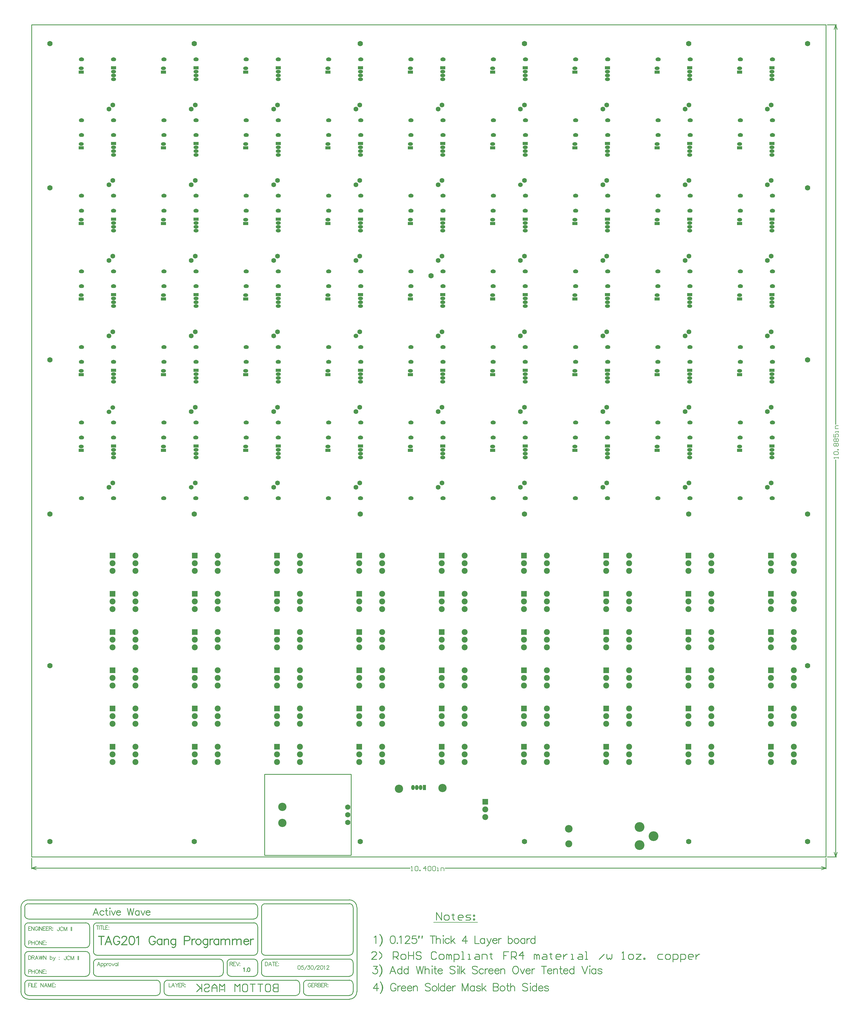
<source format=gbs>
%FSLAX25Y25*%
%MOIN*%
G70*
G01*
G75*
G04 Layer_Color=16711935*
%ADD10R,0.05906X0.03937*%
%ADD11R,0.09449X0.11024*%
%ADD12R,0.10000X0.10000*%
%ADD13R,0.07087X0.11024*%
%ADD14R,0.03000X0.03000*%
%ADD15R,0.04000X0.05500*%
%ADD16R,0.02000X0.05000*%
%ADD17R,0.05000X0.02000*%
%ADD18R,0.03000X0.03000*%
%ADD19C,0.05000*%
%ADD20C,0.02000*%
%ADD21C,0.01000*%
%ADD22C,0.01200*%
%ADD23C,0.00600*%
%ADD24C,0.00800*%
%ADD25C,0.00900*%
%ADD26C,0.00500*%
%ADD27C,0.06200*%
%ADD28C,0.08300*%
%ADD29C,0.09100*%
%ADD30C,0.10000*%
%ADD31C,0.07000*%
%ADD32R,0.07000X0.07000*%
%ADD33R,0.04000X0.06200*%
%ADD34O,0.04000X0.06200*%
%ADD35C,0.05200*%
%ADD36C,0.05500*%
%ADD37R,0.06200X0.04000*%
%ADD38O,0.06200X0.04000*%
%ADD39C,0.12000*%
%ADD40O,0.06000X0.04200*%
%ADD41C,0.05000*%
%ADD42C,0.01800*%
%ADD43C,0.02500*%
%ADD44C,0.01500*%
%ADD45R,0.06706X0.04737*%
%ADD46R,0.10249X0.11824*%
%ADD47R,0.10800X0.10800*%
%ADD48R,0.07887X0.11824*%
%ADD49R,0.03800X0.03800*%
%ADD50R,0.04800X0.06300*%
%ADD51R,0.02800X0.05800*%
%ADD52R,0.05800X0.02800*%
%ADD53R,0.03800X0.03800*%
%ADD54C,0.09900*%
%ADD55C,0.10800*%
%ADD56C,0.07800*%
%ADD57R,0.07800X0.07800*%
%ADD58R,0.04400X0.06600*%
%ADD59O,0.04400X0.06600*%
%ADD60C,0.06000*%
%ADD61C,0.06300*%
%ADD62R,0.06600X0.04400*%
%ADD63O,0.06600X0.04400*%
%ADD64C,0.12800*%
%ADD65O,0.06800X0.05000*%
D21*
X322600Y-166203D02*
Y-176200D01*
X317602D01*
X315935Y-174534D01*
Y-172868D01*
X317602Y-171202D01*
X322600D01*
X317602D01*
X315935Y-169536D01*
Y-167869D01*
X317602Y-166203D01*
X322600D01*
X307605D02*
X310937D01*
X312603Y-167869D01*
Y-174534D01*
X310937Y-176200D01*
X307605D01*
X305939Y-174534D01*
Y-167869D01*
X307605Y-166203D01*
X302607D02*
X295942D01*
X299274D01*
Y-176200D01*
X292610Y-166203D02*
X285945D01*
X289277D01*
Y-176200D01*
X277614Y-166203D02*
X280947D01*
X282613Y-167869D01*
Y-174534D01*
X280947Y-176200D01*
X277614D01*
X275948Y-174534D01*
Y-167869D01*
X277614Y-166203D01*
X272616Y-176200D02*
Y-166203D01*
X269284Y-169536D01*
X265952Y-166203D01*
Y-176200D01*
X252623D02*
Y-166203D01*
X249290Y-169536D01*
X245958Y-166203D01*
Y-176200D01*
X242626D02*
Y-169536D01*
X239294Y-166203D01*
X235961Y-169536D01*
Y-176200D01*
Y-171202D01*
X242626D01*
X225965Y-167869D02*
X227631Y-166203D01*
X230963D01*
X232629Y-167869D01*
Y-169536D01*
X230963Y-171202D01*
X227631D01*
X225965Y-172868D01*
Y-174534D01*
X227631Y-176200D01*
X230963D01*
X232629Y-174534D01*
X222632Y-166203D02*
Y-176200D01*
Y-172868D01*
X215968Y-166203D01*
X220966Y-171202D01*
X215968Y-176200D01*
X1040000Y-15500D02*
Y-1500D01*
X0Y-15500D02*
Y-1500D01*
X541493Y-14500D02*
X1040000D01*
X0D02*
X495307D01*
X1034000Y-12500D02*
X1040000Y-14500D01*
X1034000Y-16500D02*
X1040000Y-14500D01*
X0D02*
X6000Y-16500D01*
X0Y-14500D02*
X6000Y-12500D01*
X1041500Y1088500D02*
X1053700D01*
X1041500Y0D02*
X1053700D01*
X1052700Y565743D02*
Y1088500D01*
Y0D02*
Y519557D01*
X1050700Y1082500D02*
X1052700Y1088500D01*
X1054700Y1082500D01*
X1052700Y0D02*
X1054700Y6000D01*
X1050700D02*
X1052700Y0D01*
X0D02*
X1040000D01*
X0D02*
Y1088500D01*
X418400Y2000D02*
Y108000D01*
X304900Y2000D02*
Y108000D01*
X418400D01*
X304900Y2000D02*
X418400D01*
X247403Y-173625D02*
X251340D01*
X1040000Y0D02*
Y1088500D01*
X0D02*
X1040000D01*
X415947Y-186142D02*
G03*
X425948Y-176142I0J10000D01*
G01*
X415947Y-181142D02*
G03*
X420948Y-176142I0J5000D01*
G01*
X168447Y-166142D02*
G03*
X163447Y-161142I-5000J0D01*
G01*
X163564Y-181142D02*
G03*
X168446Y-176174I84J4800D01*
G01*
X178447Y-161142D02*
G03*
X173448Y-166142I0J-5000D01*
G01*
Y-176142D02*
G03*
X178360Y-181141I5000J0D01*
G01*
X350947Y-166142D02*
G03*
X345948Y-161142I-5000J0D01*
G01*
X346064Y-181142D02*
G03*
X350946Y-176174I84J4800D01*
G01*
X355947Y-176242D02*
G03*
X360933Y-181141I4900J0D01*
G01*
X360947Y-161142D02*
G03*
X355947Y-166142I0J-5000D01*
G01*
X75947Y-91042D02*
G03*
X71048Y-86142I-4900J0D01*
G01*
X71148Y-118642D02*
G03*
X75947Y-113842I0J4800D01*
G01*
Y-128542D02*
G03*
X70876Y-123645I-4900J0D01*
G01*
X80948Y-123742D02*
G03*
X85848Y-128642I4900J0D01*
G01*
X80948Y-151242D02*
G03*
X85848Y-156142I4900J0D01*
G01*
X71048D02*
G03*
X75947Y-151242I0J4900D01*
G01*
X250947Y-138542D02*
G03*
X246047Y-133642I-4900J0D01*
G01*
Y-156142D02*
G03*
X250947Y-151156I0J4900D01*
G01*
X255947Y-151042D02*
G03*
X260959Y-156141I5100J0D01*
G01*
X260748Y-133642D02*
G03*
X255954Y-138693I0J-4800D01*
G01*
X85948Y-133642D02*
G03*
X80948Y-138642I0J-5000D01*
G01*
X85948Y-86142D02*
G03*
X80948Y-91142I0J-5000D01*
G01*
X-9053Y-151142D02*
G03*
X-4140Y-156141I5000J0D01*
G01*
X-4053Y-123642D02*
G03*
X-9053Y-128642I0J-5000D01*
G01*
Y-113642D02*
G03*
X-4053Y-118642I5000J0D01*
G01*
Y-86142D02*
G03*
X-9053Y-91142I0J-5000D01*
G01*
Y-76142D02*
G03*
X-4053Y-81142I5000J0D01*
G01*
Y-61142D02*
G03*
X-9053Y-66142I0J-5000D01*
G01*
X295948Y-66142D02*
G03*
X290948Y-61142I-5000J0D01*
G01*
X305947Y-61142D02*
G03*
X300947Y-66142I0J-5000D01*
G01*
X290948Y-81142D02*
G03*
X295948Y-76142I0J5000D01*
G01*
Y-91142D02*
G03*
X290948Y-86142I-5000J0D01*
G01*
X-4053Y-161142D02*
G03*
X-9053Y-166142I0J-5000D01*
G01*
X291035Y-128642D02*
G03*
X295949Y-123642I-87J5000D01*
G01*
X-9053Y-176142D02*
G03*
X-4140Y-181141I5000J0D01*
G01*
X295948Y-138542D02*
G03*
X291048Y-133642I-4900J0D01*
G01*
X300947Y-151242D02*
G03*
X305933Y-156141I4900J0D01*
G01*
X290948Y-156142D02*
G03*
X295948Y-151142I0J5000D01*
G01*
X420948Y-166054D02*
G03*
X415947Y-161141I-5000J-87D01*
G01*
X416014Y-156068D02*
G03*
X421014Y-151068I0J5000D01*
G01*
X420946Y-65984D02*
G03*
X415875Y-61087I-4900J0D01*
G01*
X425946Y-66084D02*
G03*
X415946Y-56084I-10000J0D01*
G01*
X-14052Y-176042D02*
G03*
X-4129Y-186140I10100J0D01*
G01*
X-4053Y-56142D02*
G03*
X-14052Y-66142I0J-10000D01*
G01*
X300947Y-123642D02*
G03*
X305947Y-128642I5000J0D01*
G01*
X416014Y-128568D02*
G03*
X421014Y-123568I0J5000D01*
G01*
X305947Y-133642D02*
G03*
X300947Y-138642I0J-5000D01*
G01*
X421014Y-138468D02*
G03*
X416114Y-133568I-4900J0D01*
G01*
X420948Y-176142D02*
Y-166142D01*
X-4053Y-56142D02*
X415947D01*
X421014Y-151068D02*
Y-138468D01*
X300947Y-151142D02*
Y-138642D01*
X420948Y-123642D02*
Y-66142D01*
X300947Y-123642D02*
Y-66142D01*
X-14052Y-176142D02*
Y-66142D01*
X-9053Y-176142D02*
Y-166142D01*
X295948Y-151142D02*
Y-138642D01*
X255947Y-151142D02*
Y-138642D01*
X80948Y-151142D02*
Y-138642D01*
X250947Y-151142D02*
Y-138642D01*
X80948Y-123642D02*
Y-91142D01*
X295948Y-123642D02*
Y-91142D01*
Y-76142D02*
Y-66142D01*
X-9053Y-76142D02*
Y-66142D01*
X75947Y-113642D02*
Y-91142D01*
X-9053Y-113642D02*
Y-91142D01*
X75947Y-151142D02*
Y-128642D01*
X-9053Y-151142D02*
Y-128642D01*
X425948Y-176142D02*
Y-66142D01*
X355947Y-176142D02*
Y-166142D01*
X350947Y-176142D02*
Y-166142D01*
X173448Y-176142D02*
Y-166142D01*
X168447Y-176142D02*
Y-166142D01*
X305947Y-133642D02*
X415947D01*
X305947Y-128642D02*
X415947D01*
X85948D02*
X290948D01*
X305947Y-61142D02*
X415947D01*
X305947Y-156142D02*
X415947D01*
X260947Y-133642D02*
X290948D01*
X260947Y-156142D02*
X290948D01*
X85948D02*
X245948D01*
X85948Y-133642D02*
X245948D01*
X85948Y-86142D02*
X290948D01*
X-4053Y-81142D02*
X290948D01*
X-4053Y-86142D02*
X70947D01*
X-4053Y-118642D02*
X70947D01*
X-4053Y-123642D02*
X70947D01*
X-4053Y-156142D02*
X70947D01*
X-4053Y-186142D02*
X415947D01*
X-4053Y-61142D02*
X290948D01*
X360947Y-161142D02*
X415947D01*
X360947Y-181142D02*
X415947D01*
X178447Y-161142D02*
X345948D01*
X-4053D02*
X163447D01*
X-4053Y-181142D02*
X163447D01*
X178447Y-181142D02*
X345948D01*
X451529Y-133869D02*
X444865D01*
X451529Y-127205D01*
Y-125539D01*
X449863Y-123872D01*
X446531D01*
X444865Y-125539D01*
X454861Y-133869D02*
X458194Y-130537D01*
Y-127205D01*
X454861Y-123872D01*
X473189Y-133869D02*
Y-123872D01*
X478187D01*
X479853Y-125539D01*
Y-128871D01*
X478187Y-130537D01*
X473189D01*
X476521D02*
X479853Y-133869D01*
X484852D02*
X488184D01*
X489850Y-132203D01*
Y-128871D01*
X488184Y-127205D01*
X484852D01*
X483185Y-128871D01*
Y-132203D01*
X484852Y-133869D01*
X493182Y-123872D02*
Y-133869D01*
Y-128871D01*
X499847D01*
Y-123872D01*
Y-133869D01*
X509844Y-125539D02*
X508177Y-123872D01*
X504845D01*
X503179Y-125539D01*
Y-127205D01*
X504845Y-128871D01*
X508177D01*
X509844Y-130537D01*
Y-132203D01*
X508177Y-133869D01*
X504845D01*
X503179Y-132203D01*
X529837Y-125539D02*
X528171Y-123872D01*
X524839D01*
X523173Y-125539D01*
Y-132203D01*
X524839Y-133869D01*
X528171D01*
X529837Y-132203D01*
X534835Y-133869D02*
X538168D01*
X539834Y-132203D01*
Y-128871D01*
X538168Y-127205D01*
X534835D01*
X533169Y-128871D01*
Y-132203D01*
X534835Y-133869D01*
X543166D02*
Y-127205D01*
X544832D01*
X546498Y-128871D01*
Y-133869D01*
Y-128871D01*
X548165Y-127205D01*
X549831Y-128871D01*
Y-133869D01*
X553163Y-137201D02*
Y-127205D01*
X558161D01*
X559827Y-128871D01*
Y-132203D01*
X558161Y-133869D01*
X553163D01*
X563160D02*
X566492D01*
X564826D01*
Y-123872D01*
X563160D01*
X571490Y-133869D02*
X574823D01*
X573156D01*
Y-127205D01*
X571490D01*
X581487D02*
X584819D01*
X586485Y-128871D01*
Y-133869D01*
X581487D01*
X579821Y-132203D01*
X581487Y-130537D01*
X586485D01*
X589818Y-133869D02*
Y-127205D01*
X594816D01*
X596482Y-128871D01*
Y-133869D01*
X601481Y-125539D02*
Y-127205D01*
X599815D01*
X603147D01*
X601481D01*
Y-132203D01*
X603147Y-133869D01*
X624806Y-123872D02*
X618142D01*
Y-128871D01*
X621474D01*
X618142D01*
Y-133869D01*
X628139D02*
Y-123872D01*
X633137D01*
X634803Y-125539D01*
Y-128871D01*
X633137Y-130537D01*
X628139D01*
X631471D02*
X634803Y-133869D01*
X643134D02*
Y-123872D01*
X638135Y-128871D01*
X644800D01*
X658129Y-133869D02*
Y-127205D01*
X659795D01*
X661461Y-128871D01*
Y-133869D01*
Y-128871D01*
X663127Y-127205D01*
X664793Y-128871D01*
Y-133869D01*
X669792Y-127205D02*
X673124D01*
X674790Y-128871D01*
Y-133869D01*
X669792D01*
X668126Y-132203D01*
X669792Y-130537D01*
X674790D01*
X679789Y-125539D02*
Y-127205D01*
X678123D01*
X681455D01*
X679789D01*
Y-132203D01*
X681455Y-133869D01*
X691452D02*
X688119D01*
X686453Y-132203D01*
Y-128871D01*
X688119Y-127205D01*
X691452D01*
X693118Y-128871D01*
Y-130537D01*
X686453D01*
X696450Y-127205D02*
Y-133869D01*
Y-130537D01*
X698116Y-128871D01*
X699782Y-127205D01*
X701448D01*
X706447Y-133869D02*
X709779D01*
X708113D01*
Y-127205D01*
X706447D01*
X716443D02*
X719776D01*
X721442Y-128871D01*
Y-133869D01*
X716443D01*
X714777Y-132203D01*
X716443Y-130537D01*
X721442D01*
X724774Y-133869D02*
X728106D01*
X726440D01*
Y-123872D01*
X724774D01*
X743102Y-133869D02*
X749766Y-127205D01*
X753098D02*
Y-132203D01*
X754764Y-133869D01*
X756431Y-132203D01*
X758097Y-133869D01*
X759763Y-132203D01*
Y-127205D01*
X773092Y-133869D02*
X776424D01*
X774758D01*
Y-123872D01*
X773092Y-125539D01*
X783089Y-133869D02*
X786421D01*
X788087Y-132203D01*
Y-128871D01*
X786421Y-127205D01*
X783089D01*
X781423Y-128871D01*
Y-132203D01*
X783089Y-133869D01*
X791419Y-127205D02*
X798084D01*
X791419Y-133869D01*
X798084D01*
X801416D02*
Y-132203D01*
X803082D01*
Y-133869D01*
X801416D01*
X826408Y-127205D02*
X821410D01*
X819743Y-128871D01*
Y-132203D01*
X821410Y-133869D01*
X826408D01*
X831406D02*
X834739D01*
X836405Y-132203D01*
Y-128871D01*
X834739Y-127205D01*
X831406D01*
X829740Y-128871D01*
Y-132203D01*
X831406Y-133869D01*
X839737Y-137201D02*
Y-127205D01*
X844735D01*
X846402Y-128871D01*
Y-132203D01*
X844735Y-133869D01*
X839737D01*
X849734Y-137201D02*
Y-127205D01*
X854732D01*
X856398Y-128871D01*
Y-132203D01*
X854732Y-133869D01*
X849734D01*
X864729D02*
X861397D01*
X859731Y-132203D01*
Y-128871D01*
X861397Y-127205D01*
X864729D01*
X866395Y-128871D01*
Y-130537D01*
X859731D01*
X869727Y-127205D02*
Y-133869D01*
Y-130537D01*
X871393Y-128871D01*
X873059Y-127205D01*
X874726D01*
X447418Y-142729D02*
X452655D01*
X449799Y-146538D01*
X451227D01*
X452179Y-147014D01*
X452655Y-147490D01*
X453131Y-148918D01*
Y-149870D01*
X452655Y-151298D01*
X451703Y-152251D01*
X450275Y-152727D01*
X448847D01*
X447418Y-152251D01*
X446942Y-151775D01*
X446466Y-150822D01*
X455369Y-140825D02*
X456321Y-141777D01*
X457273Y-143205D01*
X458225Y-145109D01*
X458702Y-147490D01*
Y-149394D01*
X458225Y-151775D01*
X457273Y-153679D01*
X456321Y-155107D01*
X455369Y-156059D01*
X456321Y-141777D02*
X457273Y-143681D01*
X457749Y-145109D01*
X458225Y-147490D01*
Y-149394D01*
X457749Y-151775D01*
X457273Y-153203D01*
X456321Y-155107D01*
X476603Y-152727D02*
X472794Y-142729D01*
X468985Y-152727D01*
X470413Y-149394D02*
X475174D01*
X484648Y-142729D02*
Y-152727D01*
Y-147490D02*
X483696Y-146538D01*
X482744Y-146062D01*
X481316D01*
X480364Y-146538D01*
X479412Y-147490D01*
X478935Y-148918D01*
Y-149870D01*
X479412Y-151298D01*
X480364Y-152251D01*
X481316Y-152727D01*
X482744D01*
X483696Y-152251D01*
X484648Y-151298D01*
X493028Y-142729D02*
Y-152727D01*
Y-147490D02*
X492075Y-146538D01*
X491123Y-146062D01*
X489695D01*
X488743Y-146538D01*
X487791Y-147490D01*
X487315Y-148918D01*
Y-149870D01*
X487791Y-151298D01*
X488743Y-152251D01*
X489695Y-152727D01*
X491123D01*
X492075Y-152251D01*
X493028Y-151298D01*
X503549Y-142729D02*
X505930Y-152727D01*
X508310Y-142729D02*
X505930Y-152727D01*
X508310Y-142729D02*
X510690Y-152727D01*
X513071Y-142729D02*
X510690Y-152727D01*
X515070Y-142729D02*
Y-152727D01*
Y-147966D02*
X516499Y-146538D01*
X517451Y-146062D01*
X518879D01*
X519831Y-146538D01*
X520307Y-147966D01*
Y-152727D01*
X523878Y-142729D02*
X524354Y-143205D01*
X524830Y-142729D01*
X524354Y-142253D01*
X523878Y-142729D01*
X524354Y-146062D02*
Y-152727D01*
X528020Y-142729D02*
Y-150822D01*
X528496Y-152251D01*
X529448Y-152727D01*
X530401D01*
X526592Y-146062D02*
X529924D01*
X531829Y-148918D02*
X537542D01*
Y-147966D01*
X537066Y-147014D01*
X536590Y-146538D01*
X535638Y-146062D01*
X534209D01*
X533257Y-146538D01*
X532305Y-147490D01*
X531829Y-148918D01*
Y-149870D01*
X532305Y-151298D01*
X533257Y-152251D01*
X534209Y-152727D01*
X535638D01*
X536590Y-152251D01*
X537542Y-151298D01*
X554205Y-144157D02*
X553253Y-143205D01*
X551825Y-142729D01*
X549920D01*
X548492Y-143205D01*
X547540Y-144157D01*
Y-145109D01*
X548016Y-146062D01*
X548492Y-146538D01*
X549444Y-147014D01*
X552301Y-147966D01*
X553253Y-148442D01*
X553729Y-148918D01*
X554205Y-149870D01*
Y-151298D01*
X553253Y-152251D01*
X551825Y-152727D01*
X549920D01*
X548492Y-152251D01*
X547540Y-151298D01*
X557395Y-142729D02*
X557871Y-143205D01*
X558347Y-142729D01*
X557871Y-142253D01*
X557395Y-142729D01*
X557871Y-146062D02*
Y-152727D01*
X560108Y-142729D02*
Y-152727D01*
X562203Y-142729D02*
Y-152727D01*
X566964Y-146062D02*
X562203Y-150822D01*
X564108Y-148918D02*
X567440Y-152727D01*
X583532Y-144157D02*
X582580Y-143205D01*
X581152Y-142729D01*
X579247D01*
X577819Y-143205D01*
X576867Y-144157D01*
Y-145109D01*
X577343Y-146062D01*
X577819Y-146538D01*
X578771Y-147014D01*
X581628Y-147966D01*
X582580Y-148442D01*
X583056Y-148918D01*
X583532Y-149870D01*
Y-151298D01*
X582580Y-152251D01*
X581152Y-152727D01*
X579247D01*
X577819Y-152251D01*
X576867Y-151298D01*
X591483Y-147490D02*
X590530Y-146538D01*
X589578Y-146062D01*
X588150D01*
X587198Y-146538D01*
X586246Y-147490D01*
X585770Y-148918D01*
Y-149870D01*
X586246Y-151298D01*
X587198Y-152251D01*
X588150Y-152727D01*
X589578D01*
X590530Y-152251D01*
X591483Y-151298D01*
X593625Y-146062D02*
Y-152727D01*
Y-148918D02*
X594101Y-147490D01*
X595053Y-146538D01*
X596005Y-146062D01*
X597434D01*
X598338Y-148918D02*
X604051D01*
Y-147966D01*
X603575Y-147014D01*
X603099Y-146538D01*
X602147Y-146062D01*
X600719D01*
X599767Y-146538D01*
X598814Y-147490D01*
X598338Y-148918D01*
Y-149870D01*
X598814Y-151298D01*
X599767Y-152251D01*
X600719Y-152727D01*
X602147D01*
X603099Y-152251D01*
X604051Y-151298D01*
X606194Y-148918D02*
X611907D01*
Y-147966D01*
X611431Y-147014D01*
X610955Y-146538D01*
X610003Y-146062D01*
X608574D01*
X607622Y-146538D01*
X606670Y-147490D01*
X606194Y-148918D01*
Y-149870D01*
X606670Y-151298D01*
X607622Y-152251D01*
X608574Y-152727D01*
X610003D01*
X610955Y-152251D01*
X611907Y-151298D01*
X614049Y-146062D02*
Y-152727D01*
Y-147966D02*
X615478Y-146538D01*
X616430Y-146062D01*
X617858D01*
X618810Y-146538D01*
X619286Y-147966D01*
Y-152727D01*
X632617Y-142729D02*
X631665Y-143205D01*
X630712Y-144157D01*
X630236Y-145109D01*
X629760Y-146538D01*
Y-148918D01*
X630236Y-150346D01*
X630712Y-151298D01*
X631665Y-152251D01*
X632617Y-152727D01*
X634521D01*
X635473Y-152251D01*
X636425Y-151298D01*
X636902Y-150346D01*
X637378Y-148918D01*
Y-146538D01*
X636902Y-145109D01*
X636425Y-144157D01*
X635473Y-143205D01*
X634521Y-142729D01*
X632617D01*
X639711Y-146062D02*
X642567Y-152727D01*
X645424Y-146062D02*
X642567Y-152727D01*
X647042Y-148918D02*
X652755D01*
Y-147966D01*
X652279Y-147014D01*
X651803Y-146538D01*
X650851Y-146062D01*
X649423D01*
X648470Y-146538D01*
X647518Y-147490D01*
X647042Y-148918D01*
Y-149870D01*
X647518Y-151298D01*
X648470Y-152251D01*
X649423Y-152727D01*
X650851D01*
X651803Y-152251D01*
X652755Y-151298D01*
X654898Y-146062D02*
Y-152727D01*
Y-148918D02*
X655374Y-147490D01*
X656326Y-146538D01*
X657278Y-146062D01*
X658706D01*
X670799Y-142729D02*
Y-152727D01*
X667466Y-142729D02*
X674132D01*
X675322Y-148918D02*
X681035D01*
Y-147966D01*
X680559Y-147014D01*
X680083Y-146538D01*
X679131Y-146062D01*
X677702D01*
X676750Y-146538D01*
X675798Y-147490D01*
X675322Y-148918D01*
Y-149870D01*
X675798Y-151298D01*
X676750Y-152251D01*
X677702Y-152727D01*
X679131D01*
X680083Y-152251D01*
X681035Y-151298D01*
X683177Y-146062D02*
Y-152727D01*
Y-147966D02*
X684606Y-146538D01*
X685558Y-146062D01*
X686986D01*
X687938Y-146538D01*
X688414Y-147966D01*
Y-152727D01*
X692461Y-142729D02*
Y-150822D01*
X692937Y-152251D01*
X693889Y-152727D01*
X694841D01*
X691033Y-146062D02*
X694365D01*
X696270Y-148918D02*
X701983D01*
Y-147966D01*
X701507Y-147014D01*
X701031Y-146538D01*
X700078Y-146062D01*
X698650D01*
X697698Y-146538D01*
X696746Y-147490D01*
X696270Y-148918D01*
Y-149870D01*
X696746Y-151298D01*
X697698Y-152251D01*
X698650Y-152727D01*
X700078D01*
X701031Y-152251D01*
X701983Y-151298D01*
X709838Y-142729D02*
Y-152727D01*
Y-147490D02*
X708886Y-146538D01*
X707934Y-146062D01*
X706506D01*
X705553Y-146538D01*
X704601Y-147490D01*
X704125Y-148918D01*
Y-149870D01*
X704601Y-151298D01*
X705553Y-152251D01*
X706506Y-152727D01*
X707934D01*
X708886Y-152251D01*
X709838Y-151298D01*
X720360Y-142729D02*
X724168Y-152727D01*
X727977Y-142729D02*
X724168Y-152727D01*
X730215Y-142729D02*
X730691Y-143205D01*
X731167Y-142729D01*
X730691Y-142253D01*
X730215Y-142729D01*
X730691Y-146062D02*
Y-152727D01*
X738642Y-146062D02*
Y-152727D01*
Y-147490D02*
X737689Y-146538D01*
X736737Y-146062D01*
X735309D01*
X734357Y-146538D01*
X733405Y-147490D01*
X732929Y-148918D01*
Y-149870D01*
X733405Y-151298D01*
X734357Y-152251D01*
X735309Y-152727D01*
X736737D01*
X737689Y-152251D01*
X738642Y-151298D01*
X746545Y-147490D02*
X746069Y-146538D01*
X744640Y-146062D01*
X743212D01*
X741784Y-146538D01*
X741308Y-147490D01*
X741784Y-148442D01*
X742736Y-148918D01*
X745116Y-149394D01*
X746069Y-149870D01*
X746545Y-150822D01*
Y-151298D01*
X746069Y-152251D01*
X744640Y-152727D01*
X743212D01*
X741784Y-152251D01*
X741308Y-151298D01*
X448438Y-104969D02*
X449391Y-104492D01*
X450819Y-103064D01*
Y-113062D01*
X455770Y-101160D02*
X456722Y-102112D01*
X457675Y-103540D01*
X458627Y-105445D01*
X459103Y-107825D01*
Y-109730D01*
X458627Y-112110D01*
X457675Y-114014D01*
X456722Y-115443D01*
X455770Y-116395D01*
X456722Y-102112D02*
X457675Y-104016D01*
X458151Y-105445D01*
X458627Y-107825D01*
Y-109730D01*
X458151Y-112110D01*
X457675Y-113538D01*
X456722Y-115443D01*
X472243Y-103064D02*
X470815Y-103540D01*
X469862Y-104969D01*
X469386Y-107349D01*
Y-108777D01*
X469862Y-111158D01*
X470815Y-112586D01*
X472243Y-113062D01*
X473195D01*
X474623Y-112586D01*
X475575Y-111158D01*
X476052Y-108777D01*
Y-107349D01*
X475575Y-104969D01*
X474623Y-103540D01*
X473195Y-103064D01*
X472243D01*
X478765Y-112110D02*
X478289Y-112586D01*
X478765Y-113062D01*
X479241Y-112586D01*
X478765Y-112110D01*
X481431Y-104969D02*
X482383Y-104492D01*
X483812Y-103064D01*
Y-113062D01*
X489239Y-105445D02*
Y-104969D01*
X489715Y-104016D01*
X490191Y-103540D01*
X491144Y-103064D01*
X493048D01*
X494000Y-103540D01*
X494476Y-104016D01*
X494952Y-104969D01*
Y-105921D01*
X494476Y-106873D01*
X493524Y-108301D01*
X488763Y-113062D01*
X495428D01*
X503379Y-103064D02*
X498618D01*
X498142Y-107349D01*
X498618Y-106873D01*
X500046Y-106397D01*
X501475D01*
X502903Y-106873D01*
X503855Y-107825D01*
X504331Y-109253D01*
Y-110205D01*
X503855Y-111634D01*
X502903Y-112586D01*
X501475Y-113062D01*
X500046D01*
X498618Y-112586D01*
X498142Y-112110D01*
X497666Y-111158D01*
X507045Y-103064D02*
X506569Y-103540D01*
Y-106397D01*
X507045Y-103540D02*
X506569Y-106397D01*
X507045Y-103064D02*
X507521Y-103540D01*
X506569Y-106397D01*
X511330Y-103064D02*
X510853Y-103540D01*
Y-106397D01*
X511330Y-103540D02*
X510853Y-106397D01*
X511330Y-103064D02*
X511806Y-103540D01*
X510853Y-106397D01*
X525089Y-103064D02*
Y-113062D01*
X521756Y-103064D02*
X528421D01*
X529611D02*
Y-113062D01*
Y-108301D02*
X531040Y-106873D01*
X531992Y-106397D01*
X533420D01*
X534372Y-106873D01*
X534848Y-108301D01*
Y-113062D01*
X538419Y-103064D02*
X538895Y-103540D01*
X539371Y-103064D01*
X538895Y-102588D01*
X538419Y-103064D01*
X538895Y-106397D02*
Y-113062D01*
X546846Y-107825D02*
X545894Y-106873D01*
X544942Y-106397D01*
X543513D01*
X542561Y-106873D01*
X541609Y-107825D01*
X541133Y-109253D01*
Y-110205D01*
X541609Y-111634D01*
X542561Y-112586D01*
X543513Y-113062D01*
X544942D01*
X545894Y-112586D01*
X546846Y-111634D01*
X548988Y-103064D02*
Y-113062D01*
X553749Y-106397D02*
X548988Y-111158D01*
X550893Y-109253D02*
X554225Y-113062D01*
X568413Y-103064D02*
X563652Y-109730D01*
X570793D01*
X568413Y-103064D02*
Y-113062D01*
X580410Y-103064D02*
Y-113062D01*
X586123D01*
X592931Y-106397D02*
Y-113062D01*
Y-107825D02*
X591979Y-106873D01*
X591027Y-106397D01*
X589599D01*
X588646Y-106873D01*
X587694Y-107825D01*
X587218Y-109253D01*
Y-110205D01*
X587694Y-111634D01*
X588646Y-112586D01*
X589599Y-113062D01*
X591027D01*
X591979Y-112586D01*
X592931Y-111634D01*
X596073Y-106397D02*
X598930Y-113062D01*
X601786Y-106397D02*
X598930Y-113062D01*
X597978Y-114966D01*
X597026Y-115919D01*
X596073Y-116395D01*
X595597D01*
X603453Y-109253D02*
X609166D01*
Y-108301D01*
X608690Y-107349D01*
X608214Y-106873D01*
X607261Y-106397D01*
X605833D01*
X604881Y-106873D01*
X603929Y-107825D01*
X603453Y-109253D01*
Y-110205D01*
X603929Y-111634D01*
X604881Y-112586D01*
X605833Y-113062D01*
X607261D01*
X608214Y-112586D01*
X609166Y-111634D01*
X611308Y-106397D02*
Y-113062D01*
Y-109253D02*
X611784Y-107825D01*
X612737Y-106873D01*
X613689Y-106397D01*
X615117D01*
X623877Y-103064D02*
Y-113062D01*
Y-107825D02*
X624829Y-106873D01*
X625781Y-106397D01*
X627210D01*
X628162Y-106873D01*
X629114Y-107825D01*
X629590Y-109253D01*
Y-110205D01*
X629114Y-111634D01*
X628162Y-112586D01*
X627210Y-113062D01*
X625781D01*
X624829Y-112586D01*
X623877Y-111634D01*
X634113Y-106397D02*
X633161Y-106873D01*
X632208Y-107825D01*
X631732Y-109253D01*
Y-110205D01*
X632208Y-111634D01*
X633161Y-112586D01*
X634113Y-113062D01*
X635541D01*
X636493Y-112586D01*
X637445Y-111634D01*
X637922Y-110205D01*
Y-109253D01*
X637445Y-107825D01*
X636493Y-106873D01*
X635541Y-106397D01*
X634113D01*
X645825D02*
Y-113062D01*
Y-107825D02*
X644872Y-106873D01*
X643920Y-106397D01*
X642492D01*
X641540Y-106873D01*
X640588Y-107825D01*
X640112Y-109253D01*
Y-110205D01*
X640588Y-111634D01*
X641540Y-112586D01*
X642492Y-113062D01*
X643920D01*
X644872Y-112586D01*
X645825Y-111634D01*
X648491Y-106397D02*
Y-113062D01*
Y-109253D02*
X648967Y-107825D01*
X649919Y-106873D01*
X650871Y-106397D01*
X652299D01*
X658917Y-103064D02*
Y-113062D01*
Y-107825D02*
X657965Y-106873D01*
X657013Y-106397D01*
X655584D01*
X654632Y-106873D01*
X653680Y-107825D01*
X653204Y-109253D01*
Y-110205D01*
X653680Y-111634D01*
X654632Y-112586D01*
X655584Y-113062D01*
X657013D01*
X657965Y-112586D01*
X658917Y-111634D01*
X529940Y-82553D02*
Y-72556D01*
X536604Y-82553D01*
Y-72556D01*
X541603Y-82553D02*
X544935D01*
X546601Y-80887D01*
Y-77555D01*
X544935Y-75888D01*
X541603D01*
X539937Y-77555D01*
Y-80887D01*
X541603Y-82553D01*
X551600Y-74222D02*
Y-75888D01*
X549933D01*
X553266D01*
X551600D01*
Y-80887D01*
X553266Y-82553D01*
X563262D02*
X559930D01*
X558264Y-80887D01*
Y-77555D01*
X559930Y-75888D01*
X563262D01*
X564929Y-77555D01*
Y-79221D01*
X558264D01*
X568261Y-82553D02*
X573259D01*
X574925Y-80887D01*
X573259Y-79221D01*
X569927D01*
X568261Y-77555D01*
X569927Y-75888D01*
X574925D01*
X578258D02*
X579924D01*
Y-77555D01*
X578258D01*
Y-75888D01*
Y-80887D02*
X579924D01*
Y-82553D01*
X578258D01*
Y-80887D01*
X452093Y-165255D02*
X447332Y-171920D01*
X454474D01*
X452093Y-165255D02*
Y-175253D01*
X456235Y-163350D02*
X457187Y-164303D01*
X458140Y-165731D01*
X459092Y-167635D01*
X459568Y-170016D01*
Y-171920D01*
X459092Y-174301D01*
X458140Y-176205D01*
X457187Y-177633D01*
X456235Y-178585D01*
X457187Y-164303D02*
X458140Y-166207D01*
X458616Y-167635D01*
X459092Y-170016D01*
Y-171920D01*
X458616Y-174301D01*
X458140Y-175729D01*
X457187Y-177633D01*
X476993Y-167635D02*
X476516Y-166683D01*
X475564Y-165731D01*
X474612Y-165255D01*
X472708D01*
X471756Y-165731D01*
X470803Y-166683D01*
X470327Y-167635D01*
X469851Y-169064D01*
Y-171444D01*
X470327Y-172872D01*
X470803Y-173825D01*
X471756Y-174777D01*
X472708Y-175253D01*
X474612D01*
X475564Y-174777D01*
X476516Y-173825D01*
X476993Y-172872D01*
Y-171444D01*
X474612D02*
X476993D01*
X479278Y-168588D02*
Y-175253D01*
Y-171444D02*
X479754Y-170016D01*
X480706Y-169064D01*
X481658Y-168588D01*
X483086D01*
X483991Y-171444D02*
X489704D01*
Y-170492D01*
X489228Y-169540D01*
X488752Y-169064D01*
X487800Y-168588D01*
X486372D01*
X485419Y-169064D01*
X484467Y-170016D01*
X483991Y-171444D01*
Y-172396D01*
X484467Y-173825D01*
X485419Y-174777D01*
X486372Y-175253D01*
X487800D01*
X488752Y-174777D01*
X489704Y-173825D01*
X491847Y-171444D02*
X497560D01*
Y-170492D01*
X497084Y-169540D01*
X496607Y-169064D01*
X495655Y-168588D01*
X494227D01*
X493275Y-169064D01*
X492323Y-170016D01*
X491847Y-171444D01*
Y-172396D01*
X492323Y-173825D01*
X493275Y-174777D01*
X494227Y-175253D01*
X495655D01*
X496607Y-174777D01*
X497560Y-173825D01*
X499702Y-168588D02*
Y-175253D01*
Y-170492D02*
X501130Y-169064D01*
X502082Y-168588D01*
X503511D01*
X504463Y-169064D01*
X504939Y-170492D01*
Y-175253D01*
X522078Y-166683D02*
X521126Y-165731D01*
X519698Y-165255D01*
X517793D01*
X516365Y-165731D01*
X515413Y-166683D01*
Y-167635D01*
X515889Y-168588D01*
X516365Y-169064D01*
X517317Y-169540D01*
X520174Y-170492D01*
X521126Y-170968D01*
X521602Y-171444D01*
X522078Y-172396D01*
Y-173825D01*
X521126Y-174777D01*
X519698Y-175253D01*
X517793D01*
X516365Y-174777D01*
X515413Y-173825D01*
X526696Y-168588D02*
X525744Y-169064D01*
X524792Y-170016D01*
X524316Y-171444D01*
Y-172396D01*
X524792Y-173825D01*
X525744Y-174777D01*
X526696Y-175253D01*
X528125D01*
X529077Y-174777D01*
X530029Y-173825D01*
X530505Y-172396D01*
Y-171444D01*
X530029Y-170016D01*
X529077Y-169064D01*
X528125Y-168588D01*
X526696D01*
X532695Y-165255D02*
Y-175253D01*
X540503Y-165255D02*
Y-175253D01*
Y-170016D02*
X539551Y-169064D01*
X538598Y-168588D01*
X537170D01*
X536218Y-169064D01*
X535266Y-170016D01*
X534790Y-171444D01*
Y-172396D01*
X535266Y-173825D01*
X536218Y-174777D01*
X537170Y-175253D01*
X538598D01*
X539551Y-174777D01*
X540503Y-173825D01*
X543169Y-171444D02*
X548882D01*
Y-170492D01*
X548406Y-169540D01*
X547930Y-169064D01*
X546978Y-168588D01*
X545549D01*
X544597Y-169064D01*
X543645Y-170016D01*
X543169Y-171444D01*
Y-172396D01*
X543645Y-173825D01*
X544597Y-174777D01*
X545549Y-175253D01*
X546978D01*
X547930Y-174777D01*
X548882Y-173825D01*
X551024Y-168588D02*
Y-175253D01*
Y-171444D02*
X551501Y-170016D01*
X552453Y-169064D01*
X553405Y-168588D01*
X554833D01*
X563593Y-165255D02*
Y-175253D01*
Y-165255D02*
X567402Y-175253D01*
X571210Y-165255D02*
X567402Y-175253D01*
X571210Y-165255D02*
Y-175253D01*
X579780Y-168588D02*
Y-175253D01*
Y-170016D02*
X578828Y-169064D01*
X577876Y-168588D01*
X576447D01*
X575495Y-169064D01*
X574543Y-170016D01*
X574067Y-171444D01*
Y-172396D01*
X574543Y-173825D01*
X575495Y-174777D01*
X576447Y-175253D01*
X577876D01*
X578828Y-174777D01*
X579780Y-173825D01*
X587683Y-170016D02*
X587207Y-169064D01*
X585779Y-168588D01*
X584351D01*
X582922Y-169064D01*
X582446Y-170016D01*
X582922Y-170968D01*
X583875Y-171444D01*
X586255Y-171920D01*
X587207Y-172396D01*
X587683Y-173348D01*
Y-173825D01*
X587207Y-174777D01*
X585779Y-175253D01*
X584351D01*
X582922Y-174777D01*
X582446Y-173825D01*
X589778Y-165255D02*
Y-175253D01*
X594539Y-168588D02*
X589778Y-173348D01*
X591682Y-171444D02*
X595015Y-175253D01*
X604441Y-165255D02*
Y-175253D01*
Y-165255D02*
X608726D01*
X610155Y-165731D01*
X610631Y-166207D01*
X611107Y-167159D01*
Y-168111D01*
X610631Y-169064D01*
X610155Y-169540D01*
X608726Y-170016D01*
X604441D02*
X608726D01*
X610155Y-170492D01*
X610631Y-170968D01*
X611107Y-171920D01*
Y-173348D01*
X610631Y-174301D01*
X610155Y-174777D01*
X608726Y-175253D01*
X604441D01*
X615725Y-168588D02*
X614773Y-169064D01*
X613820Y-170016D01*
X613344Y-171444D01*
Y-172396D01*
X613820Y-173825D01*
X614773Y-174777D01*
X615725Y-175253D01*
X617153D01*
X618105Y-174777D01*
X619057Y-173825D01*
X619533Y-172396D01*
Y-171444D01*
X619057Y-170016D01*
X618105Y-169064D01*
X617153Y-168588D01*
X615725D01*
X623152Y-165255D02*
Y-173348D01*
X623628Y-174777D01*
X624580Y-175253D01*
X625532D01*
X621724Y-168588D02*
X625056D01*
X626961Y-165255D02*
Y-175253D01*
Y-170492D02*
X628389Y-169064D01*
X629341Y-168588D01*
X630769D01*
X631721Y-169064D01*
X632198Y-170492D01*
Y-175253D01*
X649337Y-166683D02*
X648385Y-165731D01*
X646956Y-165255D01*
X645052D01*
X643624Y-165731D01*
X642671Y-166683D01*
Y-167635D01*
X643148Y-168588D01*
X643624Y-169064D01*
X644576Y-169540D01*
X647432Y-170492D01*
X648385Y-170968D01*
X648861Y-171444D01*
X649337Y-172396D01*
Y-173825D01*
X648385Y-174777D01*
X646956Y-175253D01*
X645052D01*
X643624Y-174777D01*
X642671Y-173825D01*
X652526Y-165255D02*
X653003Y-165731D01*
X653479Y-165255D01*
X653003Y-164779D01*
X652526Y-165255D01*
X653003Y-168588D02*
Y-175253D01*
X660953Y-165255D02*
Y-175253D01*
Y-170016D02*
X660001Y-169064D01*
X659049Y-168588D01*
X657621D01*
X656668Y-169064D01*
X655716Y-170016D01*
X655240Y-171444D01*
Y-172396D01*
X655716Y-173825D01*
X656668Y-174777D01*
X657621Y-175253D01*
X659049D01*
X660001Y-174777D01*
X660953Y-173825D01*
X663619Y-171444D02*
X669332D01*
Y-170492D01*
X668856Y-169540D01*
X668380Y-169064D01*
X667428Y-168588D01*
X666000D01*
X665048Y-169064D01*
X664095Y-170016D01*
X663619Y-171444D01*
Y-172396D01*
X664095Y-173825D01*
X665048Y-174777D01*
X666000Y-175253D01*
X667428D01*
X668380Y-174777D01*
X669332Y-173825D01*
X676712Y-170016D02*
X676236Y-169064D01*
X674807Y-168588D01*
X673379D01*
X671951Y-169064D01*
X671475Y-170016D01*
X671951Y-170968D01*
X672903Y-171444D01*
X675283Y-171920D01*
X676236Y-172396D01*
X676712Y-173348D01*
Y-173825D01*
X676236Y-174777D01*
X674807Y-175253D01*
X673379D01*
X671951Y-174777D01*
X671475Y-173825D01*
D22*
X91474Y-103730D02*
Y-114728D01*
X87808Y-103730D02*
X95140D01*
X104828Y-114728D02*
X100638Y-103730D01*
X96449Y-114728D01*
X98020Y-111062D02*
X103257D01*
X115250Y-106348D02*
X114726Y-105301D01*
X113679Y-104254D01*
X112631Y-103730D01*
X110536D01*
X109489Y-104254D01*
X108441Y-105301D01*
X107918Y-106348D01*
X107394Y-107920D01*
Y-110538D01*
X107918Y-112109D01*
X108441Y-113156D01*
X109489Y-114204D01*
X110536Y-114728D01*
X112631D01*
X113679Y-114204D01*
X114726Y-113156D01*
X115250Y-112109D01*
Y-110538D01*
X112631D02*
X115250D01*
X118287Y-106348D02*
Y-105825D01*
X118811Y-104777D01*
X119334Y-104254D01*
X120382Y-103730D01*
X122477D01*
X123524Y-104254D01*
X124048Y-104777D01*
X124571Y-105825D01*
Y-106872D01*
X124048Y-107920D01*
X123000Y-109491D01*
X117763Y-114728D01*
X125095D01*
X130699Y-103730D02*
X129128Y-104254D01*
X128080Y-105825D01*
X127557Y-108443D01*
Y-110014D01*
X128080Y-112633D01*
X129128Y-114204D01*
X130699Y-114728D01*
X131746D01*
X133317Y-114204D01*
X134365Y-112633D01*
X134888Y-110014D01*
Y-108443D01*
X134365Y-105825D01*
X133317Y-104254D01*
X131746Y-103730D01*
X130699D01*
X137350Y-105825D02*
X138397Y-105301D01*
X139968Y-103730D01*
Y-114728D01*
X161911Y-106348D02*
X161387Y-105301D01*
X160340Y-104254D01*
X159293Y-103730D01*
X157198D01*
X156150Y-104254D01*
X155103Y-105301D01*
X154579Y-106348D01*
X154056Y-107920D01*
Y-110538D01*
X154579Y-112109D01*
X155103Y-113156D01*
X156150Y-114204D01*
X157198Y-114728D01*
X159293D01*
X160340Y-114204D01*
X161387Y-113156D01*
X161911Y-112109D01*
Y-110538D01*
X159293D02*
X161911D01*
X170709Y-107396D02*
Y-114728D01*
Y-108967D02*
X169662Y-107920D01*
X168614Y-107396D01*
X167043D01*
X165996Y-107920D01*
X164948Y-108967D01*
X164425Y-110538D01*
Y-111585D01*
X164948Y-113156D01*
X165996Y-114204D01*
X167043Y-114728D01*
X168614D01*
X169662Y-114204D01*
X170709Y-113156D01*
X173642Y-107396D02*
Y-114728D01*
Y-109491D02*
X175213Y-107920D01*
X176260Y-107396D01*
X177831D01*
X178879Y-107920D01*
X179402Y-109491D01*
Y-114728D01*
X188567Y-107396D02*
Y-115775D01*
X188044Y-117346D01*
X187520Y-117870D01*
X186472Y-118393D01*
X184901D01*
X183854Y-117870D01*
X188567Y-108967D02*
X187520Y-107920D01*
X186472Y-107396D01*
X184901D01*
X183854Y-107920D01*
X182807Y-108967D01*
X182283Y-110538D01*
Y-111585D01*
X182807Y-113156D01*
X183854Y-114204D01*
X184901Y-114728D01*
X186472D01*
X187520Y-114204D01*
X188567Y-113156D01*
X200141Y-109491D02*
X204854D01*
X206425Y-108967D01*
X206949Y-108443D01*
X207473Y-107396D01*
Y-105825D01*
X206949Y-104777D01*
X206425Y-104254D01*
X204854Y-103730D01*
X200141D01*
Y-114728D01*
X209934Y-107396D02*
Y-114728D01*
Y-110538D02*
X210458Y-108967D01*
X211505Y-107920D01*
X212553Y-107396D01*
X214124D01*
X217737D02*
X216690Y-107920D01*
X215642Y-108967D01*
X215119Y-110538D01*
Y-111585D01*
X215642Y-113156D01*
X216690Y-114204D01*
X217737Y-114728D01*
X219308D01*
X220356Y-114204D01*
X221403Y-113156D01*
X221927Y-111585D01*
Y-110538D01*
X221403Y-108967D01*
X220356Y-107920D01*
X219308Y-107396D01*
X217737D01*
X230620D02*
Y-115775D01*
X230096Y-117346D01*
X229573Y-117870D01*
X228525Y-118393D01*
X226954D01*
X225907Y-117870D01*
X230620Y-108967D02*
X229573Y-107920D01*
X228525Y-107396D01*
X226954D01*
X225907Y-107920D01*
X224859Y-108967D01*
X224336Y-110538D01*
Y-111585D01*
X224859Y-113156D01*
X225907Y-114204D01*
X226954Y-114728D01*
X228525D01*
X229573Y-114204D01*
X230620Y-113156D01*
X233553Y-107396D02*
Y-114728D01*
Y-110538D02*
X234076Y-108967D01*
X235124Y-107920D01*
X236171Y-107396D01*
X237742D01*
X245022D02*
Y-114728D01*
Y-108967D02*
X243974Y-107920D01*
X242927Y-107396D01*
X241356D01*
X240308Y-107920D01*
X239261Y-108967D01*
X238737Y-110538D01*
Y-111585D01*
X239261Y-113156D01*
X240308Y-114204D01*
X241356Y-114728D01*
X242927D01*
X243974Y-114204D01*
X245022Y-113156D01*
X247955Y-107396D02*
Y-114728D01*
Y-109491D02*
X249526Y-107920D01*
X250573Y-107396D01*
X252144D01*
X253191Y-107920D01*
X253715Y-109491D01*
Y-114728D01*
Y-109491D02*
X255286Y-107920D01*
X256334Y-107396D01*
X257905D01*
X258952Y-107920D01*
X259476Y-109491D01*
Y-114728D01*
X262932Y-107396D02*
Y-114728D01*
Y-109491D02*
X264503Y-107920D01*
X265551Y-107396D01*
X267122D01*
X268169Y-107920D01*
X268693Y-109491D01*
Y-114728D01*
Y-109491D02*
X270264Y-107920D01*
X271311Y-107396D01*
X272883D01*
X273930Y-107920D01*
X274454Y-109491D01*
Y-114728D01*
X277910Y-110538D02*
X284194D01*
Y-109491D01*
X283671Y-108443D01*
X283147Y-107920D01*
X282100Y-107396D01*
X280528D01*
X279481Y-107920D01*
X278434Y-108967D01*
X277910Y-110538D01*
Y-111585D01*
X278434Y-113156D01*
X279481Y-114204D01*
X280528Y-114728D01*
X282100D01*
X283147Y-114204D01*
X284194Y-113156D01*
X286551Y-107396D02*
Y-114728D01*
Y-110538D02*
X287075Y-108967D01*
X288122Y-107920D01*
X289170Y-107396D01*
X290741D01*
D23*
X496907Y-18099D02*
X498906D01*
X497907D01*
Y-12101D01*
X496907Y-13101D01*
X501905D02*
X502905Y-12101D01*
X504904D01*
X505904Y-13101D01*
Y-17099D01*
X504904Y-18099D01*
X502905D01*
X501905Y-17099D01*
Y-13101D01*
X507903Y-18099D02*
Y-17099D01*
X508903D01*
Y-18099D01*
X507903D01*
X515901D02*
Y-12101D01*
X512902Y-15100D01*
X516900D01*
X518900Y-13101D02*
X519900Y-12101D01*
X521899D01*
X522898Y-13101D01*
Y-17099D01*
X521899Y-18099D01*
X519900D01*
X518900Y-17099D01*
Y-13101D01*
X524898D02*
X525898Y-12101D01*
X527897D01*
X528897Y-13101D01*
Y-17099D01*
X527897Y-18099D01*
X525898D01*
X524898Y-17099D01*
Y-13101D01*
X530896Y-18099D02*
X532895D01*
X531896D01*
Y-14100D01*
X530896D01*
X535894Y-18099D02*
Y-14100D01*
X538893D01*
X539893Y-15100D01*
Y-18099D01*
X1056299Y521157D02*
Y523156D01*
Y522157D01*
X1050301D01*
X1051301Y521157D01*
Y526155D02*
X1050301Y527155D01*
Y529154D01*
X1051301Y530154D01*
X1055299D01*
X1056299Y529154D01*
Y527155D01*
X1055299Y526155D01*
X1051301D01*
X1056299Y532153D02*
X1055299D01*
Y533153D01*
X1056299D01*
Y532153D01*
X1051301Y537152D02*
X1050301Y538152D01*
Y540151D01*
X1051301Y541151D01*
X1052300D01*
X1053300Y540151D01*
X1054300Y541151D01*
X1055299D01*
X1056299Y540151D01*
Y538152D01*
X1055299Y537152D01*
X1054300D01*
X1053300Y538152D01*
X1052300Y537152D01*
X1051301D01*
X1053300Y538152D02*
Y540151D01*
X1051301Y543150D02*
X1050301Y544149D01*
Y546149D01*
X1051301Y547149D01*
X1052300D01*
X1053300Y546149D01*
X1054300Y547149D01*
X1055299D01*
X1056299Y546149D01*
Y544149D01*
X1055299Y543150D01*
X1054300D01*
X1053300Y544149D01*
X1052300Y543150D01*
X1051301D01*
X1053300Y544149D02*
Y546149D01*
X1050301Y553147D02*
Y549148D01*
X1053300D01*
X1052300Y551147D01*
Y552147D01*
X1053300Y553147D01*
X1055299D01*
X1056299Y552147D01*
Y550148D01*
X1055299Y549148D01*
X1056299Y555146D02*
Y557145D01*
Y556146D01*
X1052300D01*
Y555146D01*
X1056299Y560144D02*
X1052300D01*
Y563143D01*
X1053300Y564143D01*
X1056299D01*
D24*
X36188Y-91629D02*
Y-95437D01*
X35950Y-96152D01*
X35712Y-96390D01*
X35236Y-96628D01*
X34760D01*
X34284Y-96390D01*
X34046Y-96152D01*
X33808Y-95437D01*
Y-94961D01*
X41044Y-92819D02*
X40806Y-92343D01*
X40330Y-91867D01*
X39854Y-91629D01*
X38902D01*
X38426Y-91867D01*
X37950Y-92343D01*
X37712Y-92819D01*
X37474Y-93533D01*
Y-94723D01*
X37712Y-95437D01*
X37950Y-95913D01*
X38426Y-96390D01*
X38902Y-96628D01*
X39854D01*
X40330Y-96390D01*
X40806Y-95913D01*
X41044Y-95437D01*
X42449Y-91629D02*
Y-96628D01*
Y-91629D02*
X44353Y-96628D01*
X46258Y-91629D02*
X44353Y-96628D01*
X46258Y-91629D02*
Y-96628D01*
X51614Y-91629D02*
Y-96628D01*
X52661Y-91629D02*
Y-96628D01*
X45188Y-129629D02*
Y-133437D01*
X44950Y-134151D01*
X44712Y-134389D01*
X44236Y-134628D01*
X43760D01*
X43284Y-134389D01*
X43046Y-134151D01*
X42808Y-133437D01*
Y-132961D01*
X50044Y-130819D02*
X49806Y-130343D01*
X49330Y-129867D01*
X48854Y-129629D01*
X47902D01*
X47426Y-129867D01*
X46950Y-130343D01*
X46712Y-130819D01*
X46474Y-131533D01*
Y-132723D01*
X46712Y-133437D01*
X46950Y-133913D01*
X47426Y-134389D01*
X47902Y-134628D01*
X48854D01*
X49330Y-134389D01*
X49806Y-133913D01*
X50044Y-133437D01*
X51449Y-129629D02*
Y-134628D01*
Y-129629D02*
X53353Y-134628D01*
X55258Y-129629D02*
X53353Y-134628D01*
X55258Y-129629D02*
Y-134628D01*
X60614Y-129629D02*
Y-134628D01*
X61661Y-129629D02*
Y-134628D01*
X350011Y-142075D02*
X349297Y-142313D01*
X348820Y-143027D01*
X348583Y-144217D01*
Y-144931D01*
X348820Y-146122D01*
X349297Y-146836D01*
X350011Y-147074D01*
X350487D01*
X351201Y-146836D01*
X351677Y-146122D01*
X351915Y-144931D01*
Y-144217D01*
X351677Y-143027D01*
X351201Y-142313D01*
X350487Y-142075D01*
X350011D01*
X355890D02*
X353510D01*
X353272Y-144217D01*
X353510Y-143979D01*
X354224Y-143741D01*
X354938D01*
X355652Y-143979D01*
X356129Y-144455D01*
X356366Y-145169D01*
Y-145645D01*
X356129Y-146360D01*
X355652Y-146836D01*
X354938Y-147074D01*
X354224D01*
X353510Y-146836D01*
X353272Y-146598D01*
X353034Y-146122D01*
X357485Y-147788D02*
X360818Y-142075D01*
X361627D02*
X364246D01*
X362818Y-143979D01*
X363532D01*
X364008Y-144217D01*
X364246Y-144455D01*
X364484Y-145169D01*
Y-145645D01*
X364246Y-146360D01*
X363770Y-146836D01*
X363056Y-147074D01*
X362341D01*
X361627Y-146836D01*
X361389Y-146598D01*
X361151Y-146122D01*
X367031Y-142075D02*
X366317Y-142313D01*
X365841Y-143027D01*
X365603Y-144217D01*
Y-144931D01*
X365841Y-146122D01*
X366317Y-146836D01*
X367031Y-147074D01*
X367507D01*
X368221Y-146836D01*
X368697Y-146122D01*
X368935Y-144931D01*
Y-144217D01*
X368697Y-143027D01*
X368221Y-142313D01*
X367507Y-142075D01*
X367031D01*
X370054Y-147788D02*
X373387Y-142075D01*
X373958Y-143265D02*
Y-143027D01*
X374196Y-142551D01*
X374434Y-142313D01*
X374910Y-142075D01*
X375862D01*
X376338Y-142313D01*
X376576Y-142551D01*
X376815Y-143027D01*
Y-143503D01*
X376576Y-143979D01*
X376100Y-144693D01*
X373720Y-147074D01*
X377053D01*
X379600Y-142075D02*
X378886Y-142313D01*
X378409Y-143027D01*
X378171Y-144217D01*
Y-144931D01*
X378409Y-146122D01*
X378886Y-146836D01*
X379600Y-147074D01*
X380076D01*
X380790Y-146836D01*
X381266Y-146122D01*
X381504Y-144931D01*
Y-144217D01*
X381266Y-143027D01*
X380790Y-142313D01*
X380076Y-142075D01*
X379600D01*
X382623Y-143027D02*
X383099Y-142789D01*
X383813Y-142075D01*
Y-147074D01*
X386527Y-143265D02*
Y-143027D01*
X386765Y-142551D01*
X387003Y-142313D01*
X387479Y-142075D01*
X388431D01*
X388907Y-142313D01*
X389145Y-142551D01*
X389383Y-143027D01*
Y-143503D01*
X389145Y-143979D01*
X388669Y-144693D01*
X386289Y-147074D01*
X389621D01*
X526409Y-85478D02*
X583909D01*
D25*
X277198Y-145845D02*
X277674Y-145607D01*
X278388Y-144893D01*
Y-149892D01*
X281101Y-149416D02*
X280863Y-149654D01*
X281101Y-149892D01*
X281340Y-149654D01*
X281101Y-149416D01*
X283863Y-144893D02*
X283149Y-145131D01*
X282673Y-145845D01*
X282435Y-147035D01*
Y-147749D01*
X282673Y-148940D01*
X283149Y-149654D01*
X283863Y-149892D01*
X284339D01*
X285053Y-149654D01*
X285529Y-148940D01*
X285767Y-147749D01*
Y-147035D01*
X285529Y-145845D01*
X285053Y-145131D01*
X284339Y-144893D01*
X283863D01*
X87264Y-76128D02*
X83836Y-67129D01*
X80408Y-76128D01*
X81693Y-73128D02*
X85978D01*
X94505Y-71414D02*
X93648Y-70557D01*
X92791Y-70129D01*
X91505D01*
X90649Y-70557D01*
X89792Y-71414D01*
X89363Y-72700D01*
Y-73557D01*
X89792Y-74842D01*
X90649Y-75699D01*
X91505Y-76128D01*
X92791D01*
X93648Y-75699D01*
X94505Y-74842D01*
X97718Y-67129D02*
Y-74414D01*
X98147Y-75699D01*
X99004Y-76128D01*
X99861D01*
X96433Y-70129D02*
X99432D01*
X102003Y-67129D02*
X102432Y-67558D01*
X102860Y-67129D01*
X102432Y-66701D01*
X102003Y-67129D01*
X102432Y-70129D02*
Y-76128D01*
X104446Y-70129D02*
X107017Y-76128D01*
X109587Y-70129D02*
X107017Y-76128D01*
X111044Y-72700D02*
X116186D01*
Y-71843D01*
X115757Y-70986D01*
X115329Y-70557D01*
X114472Y-70129D01*
X113187D01*
X112330Y-70557D01*
X111473Y-71414D01*
X111044Y-72700D01*
Y-73557D01*
X111473Y-74842D01*
X112330Y-75699D01*
X113187Y-76128D01*
X114472D01*
X115329Y-75699D01*
X116186Y-74842D01*
X125184Y-67129D02*
X127326Y-76128D01*
X129469Y-67129D02*
X127326Y-76128D01*
X129469Y-67129D02*
X131611Y-76128D01*
X133754Y-67129D02*
X131611Y-76128D01*
X140695Y-70129D02*
Y-76128D01*
Y-71414D02*
X139838Y-70557D01*
X138981Y-70129D01*
X137696D01*
X136839Y-70557D01*
X135982Y-71414D01*
X135553Y-72700D01*
Y-73557D01*
X135982Y-74842D01*
X136839Y-75699D01*
X137696Y-76128D01*
X138981D01*
X139838Y-75699D01*
X140695Y-74842D01*
X143094Y-70129D02*
X145665Y-76128D01*
X148236Y-70129D02*
X145665Y-76128D01*
X149693Y-72700D02*
X154835D01*
Y-71843D01*
X154406Y-70986D01*
X153978Y-70557D01*
X153121Y-70129D01*
X151835D01*
X150979Y-70557D01*
X150121Y-71414D01*
X149693Y-72700D01*
Y-73557D01*
X150121Y-74842D01*
X150979Y-75699D01*
X151835Y-76128D01*
X153121D01*
X153978Y-75699D01*
X154835Y-74842D01*
D26*
X365518Y-166333D02*
X365280Y-165857D01*
X364804Y-165381D01*
X364328Y-165143D01*
X363376D01*
X362900Y-165381D01*
X362424Y-165857D01*
X362186Y-166333D01*
X361947Y-167047D01*
Y-168237D01*
X362186Y-168951D01*
X362424Y-169428D01*
X362900Y-169904D01*
X363376Y-170142D01*
X364328D01*
X364804Y-169904D01*
X365280Y-169428D01*
X365518Y-168951D01*
Y-168237D01*
X364328D02*
X365518D01*
X369755Y-165143D02*
X366661D01*
Y-170142D01*
X369755D01*
X366661Y-167523D02*
X368565D01*
X370588Y-165143D02*
Y-170142D01*
Y-165143D02*
X372731D01*
X373445Y-165381D01*
X373683Y-165619D01*
X373921Y-166095D01*
Y-166571D01*
X373683Y-167047D01*
X373445Y-167285D01*
X372731Y-167523D01*
X370588D01*
X372255D02*
X373921Y-170142D01*
X375040Y-165143D02*
Y-170142D01*
Y-165143D02*
X377182D01*
X377896Y-165381D01*
X378134Y-165619D01*
X378373Y-166095D01*
Y-166571D01*
X378134Y-167047D01*
X377896Y-167285D01*
X377182Y-167523D01*
X375040D02*
X377182D01*
X377896Y-167761D01*
X378134Y-167999D01*
X378373Y-168475D01*
Y-169189D01*
X378134Y-169666D01*
X377896Y-169904D01*
X377182Y-170142D01*
X375040D01*
X382586Y-165143D02*
X379491D01*
Y-170142D01*
X382586D01*
X379491Y-167523D02*
X381396D01*
X383419Y-165143D02*
Y-170142D01*
Y-165143D02*
X385561D01*
X386276Y-165381D01*
X386514Y-165619D01*
X386752Y-166095D01*
Y-166571D01*
X386514Y-167047D01*
X386276Y-167285D01*
X385561Y-167523D01*
X383419D01*
X385085D02*
X386752Y-170142D01*
X388108Y-166809D02*
X387871Y-167047D01*
X388108Y-167285D01*
X388347Y-167047D01*
X388108Y-166809D01*
Y-169666D02*
X387871Y-169904D01*
X388108Y-170142D01*
X388347Y-169904D01*
X388108Y-169666D01*
X-4053Y-165143D02*
Y-170142D01*
Y-165143D02*
X-958D01*
X-4053Y-167523D02*
X-2148D01*
X-387Y-165143D02*
Y-170142D01*
X661Y-165143D02*
Y-170142D01*
X3517D01*
X7159Y-165143D02*
X4065D01*
Y-170142D01*
X7159D01*
X4065Y-167523D02*
X5969D01*
X11920Y-165143D02*
Y-170142D01*
Y-165143D02*
X15253Y-170142D01*
Y-165143D02*
Y-170142D01*
X20442D02*
X18538Y-165143D01*
X16634Y-170142D01*
X17348Y-168475D02*
X19728D01*
X21609Y-165143D02*
Y-170142D01*
Y-165143D02*
X23513Y-170142D01*
X25417Y-165143D02*
X23513Y-170142D01*
X25417Y-165143D02*
Y-170142D01*
X29940Y-165143D02*
X26846D01*
Y-170142D01*
X29940D01*
X26846Y-167523D02*
X28750D01*
X31011Y-166809D02*
X30773Y-167047D01*
X31011Y-167285D01*
X31249Y-167047D01*
X31011Y-166809D01*
Y-169666D02*
X30773Y-169904D01*
X31011Y-170142D01*
X31249Y-169904D01*
X31011Y-169666D01*
X-4053Y-129143D02*
Y-134142D01*
Y-129143D02*
X-2386D01*
X-1672Y-129381D01*
X-1196Y-129857D01*
X-958Y-130333D01*
X-720Y-131047D01*
Y-132237D01*
X-958Y-132951D01*
X-1196Y-133428D01*
X-1672Y-133904D01*
X-2386Y-134142D01*
X-4053D01*
X399Y-129143D02*
Y-134142D01*
Y-129143D02*
X2541D01*
X3255Y-129381D01*
X3494Y-129619D01*
X3732Y-130095D01*
Y-130571D01*
X3494Y-131047D01*
X3255Y-131285D01*
X2541Y-131523D01*
X399D01*
X2065D02*
X3732Y-134142D01*
X8659D02*
X6755Y-129143D01*
X4850Y-134142D01*
X5565Y-132475D02*
X7945D01*
X9826Y-129143D02*
X11016Y-134142D01*
X12206Y-129143D02*
X11016Y-134142D01*
X12206Y-129143D02*
X13396Y-134142D01*
X14586Y-129143D02*
X13396Y-134142D01*
X15586Y-129143D02*
Y-134142D01*
Y-129143D02*
X18919Y-134142D01*
Y-129143D02*
Y-134142D01*
X24227Y-129143D02*
Y-134142D01*
Y-131523D02*
X24703Y-131047D01*
X25179Y-130809D01*
X25894D01*
X26370Y-131047D01*
X26846Y-131523D01*
X27084Y-132237D01*
Y-132713D01*
X26846Y-133428D01*
X26370Y-133904D01*
X25894Y-134142D01*
X25179D01*
X24703Y-133904D01*
X24227Y-133428D01*
X28393Y-130809D02*
X29821Y-134142D01*
X31249Y-130809D02*
X29821Y-134142D01*
X29345Y-135094D01*
X28869Y-135570D01*
X28393Y-135808D01*
X28155D01*
X36248Y-130809D02*
X36010Y-131047D01*
X36248Y-131285D01*
X36487Y-131047D01*
X36248Y-130809D01*
Y-133666D02*
X36010Y-133904D01*
X36248Y-134142D01*
X36487Y-133904D01*
X36248Y-133666D01*
X86364Y-89893D02*
Y-94892D01*
X84698Y-89893D02*
X88030D01*
X88625D02*
Y-94892D01*
X91339Y-89893D02*
Y-94892D01*
X89673Y-89893D02*
X93005D01*
X93600D02*
Y-94892D01*
X96457D01*
X100099Y-89893D02*
X97004D01*
Y-94892D01*
X100099D01*
X97004Y-92273D02*
X98909D01*
X101170Y-91559D02*
X100932Y-91797D01*
X101170Y-92035D01*
X101408Y-91797D01*
X101170Y-91559D01*
Y-94415D02*
X100932Y-94654D01*
X101170Y-94892D01*
X101408Y-94654D01*
X101170Y-94415D01*
X89756Y-142392D02*
X87852Y-137393D01*
X85947Y-142392D01*
X86661Y-140725D02*
X89042D01*
X90922Y-139059D02*
Y-144058D01*
Y-139773D02*
X91399Y-139297D01*
X91875Y-139059D01*
X92589D01*
X93065Y-139297D01*
X93541Y-139773D01*
X93779Y-140487D01*
Y-140963D01*
X93541Y-141677D01*
X93065Y-142154D01*
X92589Y-142392D01*
X91875D01*
X91399Y-142154D01*
X90922Y-141677D01*
X94850Y-139059D02*
Y-144058D01*
Y-139773D02*
X95326Y-139297D01*
X95802Y-139059D01*
X96517D01*
X96993Y-139297D01*
X97469Y-139773D01*
X97707Y-140487D01*
Y-140963D01*
X97469Y-141677D01*
X96993Y-142154D01*
X96517Y-142392D01*
X95802D01*
X95326Y-142154D01*
X94850Y-141677D01*
X98778Y-139059D02*
Y-142392D01*
Y-140487D02*
X99016Y-139773D01*
X99492Y-139297D01*
X99968Y-139059D01*
X100682D01*
X102325D02*
X101849Y-139297D01*
X101373Y-139773D01*
X101135Y-140487D01*
Y-140963D01*
X101373Y-141677D01*
X101849Y-142154D01*
X102325Y-142392D01*
X103039D01*
X103515Y-142154D01*
X103991Y-141677D01*
X104229Y-140963D01*
Y-140487D01*
X103991Y-139773D01*
X103515Y-139297D01*
X103039Y-139059D01*
X102325D01*
X105324D02*
X106753Y-142392D01*
X108181Y-139059D02*
X106753Y-142392D01*
X111847Y-139059D02*
Y-142392D01*
Y-139773D02*
X111371Y-139297D01*
X110894Y-139059D01*
X110180D01*
X109704Y-139297D01*
X109228Y-139773D01*
X108990Y-140487D01*
Y-140963D01*
X109228Y-141677D01*
X109704Y-142154D01*
X110180Y-142392D01*
X110894D01*
X111371Y-142154D01*
X111847Y-141677D01*
X113180Y-137393D02*
Y-142392D01*
X-958Y-91143D02*
X-4053D01*
Y-96142D01*
X-958D01*
X-4053Y-93523D02*
X-2148D01*
X-125Y-91143D02*
Y-96142D01*
Y-91143D02*
X3208Y-96142D01*
Y-91143D02*
Y-96142D01*
X8159Y-92333D02*
X7921Y-91857D01*
X7445Y-91381D01*
X6969Y-91143D01*
X6017D01*
X5541Y-91381D01*
X5065Y-91857D01*
X4826Y-92333D01*
X4589Y-93047D01*
Y-94237D01*
X4826Y-94951D01*
X5065Y-95428D01*
X5541Y-95904D01*
X6017Y-96142D01*
X6969D01*
X7445Y-95904D01*
X7921Y-95428D01*
X8159Y-94951D01*
Y-94237D01*
X6969D02*
X8159D01*
X9302Y-91143D02*
Y-96142D01*
X10349Y-91143D02*
Y-96142D01*
Y-91143D02*
X13682Y-96142D01*
Y-91143D02*
Y-96142D01*
X18157Y-91143D02*
X15062D01*
Y-96142D01*
X18157D01*
X15062Y-93523D02*
X16967D01*
X22085Y-91143D02*
X18990D01*
Y-96142D01*
X22085D01*
X18990Y-93523D02*
X20895D01*
X22918Y-91143D02*
Y-96142D01*
Y-91143D02*
X25060D01*
X25774Y-91381D01*
X26013Y-91619D01*
X26250Y-92095D01*
Y-92571D01*
X26013Y-93047D01*
X25774Y-93285D01*
X25060Y-93523D01*
X22918D01*
X24584D02*
X26250Y-96142D01*
X27607Y-92809D02*
X27369Y-93047D01*
X27607Y-93285D01*
X27845Y-93047D01*
X27607Y-92809D01*
Y-95666D02*
X27369Y-95904D01*
X27607Y-96142D01*
X27845Y-95904D01*
X27607Y-95666D01*
X179947Y-165143D02*
Y-170142D01*
X182804D01*
X187160D02*
X185256Y-165143D01*
X183352Y-170142D01*
X184066Y-168475D02*
X186446D01*
X188327Y-165143D02*
X190231Y-167523D01*
Y-170142D01*
X192135Y-165143D02*
X190231Y-167523D01*
X195873Y-165143D02*
X192778D01*
Y-170142D01*
X195873D01*
X192778Y-167523D02*
X194682D01*
X196706Y-165143D02*
Y-170142D01*
Y-165143D02*
X198848D01*
X199562Y-165381D01*
X199800Y-165619D01*
X200038Y-166095D01*
Y-166571D01*
X199800Y-167047D01*
X199562Y-167285D01*
X198848Y-167523D01*
X196706D01*
X198372D02*
X200038Y-170142D01*
X201395Y-166809D02*
X201157Y-167047D01*
X201395Y-167285D01*
X201633Y-167047D01*
X201395Y-166809D01*
Y-169666D02*
X201157Y-169904D01*
X201395Y-170142D01*
X201633Y-169904D01*
X201395Y-169666D01*
X-4053Y-150011D02*
X-1910D01*
X-1196Y-149773D01*
X-958Y-149535D01*
X-720Y-149059D01*
Y-148345D01*
X-958Y-147869D01*
X-1196Y-147631D01*
X-1910Y-147393D01*
X-4053D01*
Y-152392D01*
X399Y-147393D02*
Y-152392D01*
X3731Y-147393D02*
Y-152392D01*
X399Y-149773D02*
X3731D01*
X6540Y-147393D02*
X6064Y-147631D01*
X5588Y-148107D01*
X5350Y-148583D01*
X5112Y-149297D01*
Y-150487D01*
X5350Y-151201D01*
X5588Y-151678D01*
X6064Y-152154D01*
X6540Y-152392D01*
X7493D01*
X7969Y-152154D01*
X8445Y-151678D01*
X8683Y-151201D01*
X8921Y-150487D01*
Y-149297D01*
X8683Y-148583D01*
X8445Y-148107D01*
X7969Y-147631D01*
X7493Y-147393D01*
X6540D01*
X10087D02*
Y-152392D01*
Y-147393D02*
X13420Y-152392D01*
Y-147393D02*
Y-152392D01*
X17895Y-147393D02*
X14801D01*
Y-152392D01*
X17895D01*
X14801Y-149773D02*
X16705D01*
X18966Y-149059D02*
X18728Y-149297D01*
X18966Y-149535D01*
X19204Y-149297D01*
X18966Y-149059D01*
Y-151916D02*
X18728Y-152154D01*
X18966Y-152392D01*
X19204Y-152154D01*
X18966Y-151916D01*
X-4053Y-112511D02*
X-1910D01*
X-1196Y-112273D01*
X-958Y-112035D01*
X-720Y-111559D01*
Y-110845D01*
X-958Y-110369D01*
X-1196Y-110131D01*
X-1910Y-109893D01*
X-4053D01*
Y-114892D01*
X399Y-109893D02*
Y-114892D01*
X3731Y-109893D02*
Y-114892D01*
X399Y-112273D02*
X3731D01*
X6540Y-109893D02*
X6064Y-110131D01*
X5588Y-110607D01*
X5350Y-111083D01*
X5112Y-111797D01*
Y-112987D01*
X5350Y-113701D01*
X5588Y-114178D01*
X6064Y-114654D01*
X6540Y-114892D01*
X7493D01*
X7969Y-114654D01*
X8445Y-114178D01*
X8683Y-113701D01*
X8921Y-112987D01*
Y-111797D01*
X8683Y-111083D01*
X8445Y-110607D01*
X7969Y-110131D01*
X7493Y-109893D01*
X6540D01*
X10087D02*
Y-114892D01*
Y-109893D02*
X13420Y-114892D01*
Y-109893D02*
Y-114892D01*
X17895Y-109893D02*
X14801D01*
Y-114892D01*
X17895D01*
X14801Y-112273D02*
X16705D01*
X18966Y-111559D02*
X18728Y-111797D01*
X18966Y-112035D01*
X19204Y-111797D01*
X18966Y-111559D01*
Y-114416D02*
X18728Y-114654D01*
X18966Y-114892D01*
X19204Y-114654D01*
X18966Y-114416D01*
X259698Y-137393D02*
Y-142392D01*
Y-137393D02*
X261840D01*
X262554Y-137631D01*
X262792Y-137869D01*
X263030Y-138345D01*
Y-138821D01*
X262792Y-139297D01*
X262554Y-139535D01*
X261840Y-139773D01*
X259698D01*
X261364D02*
X263030Y-142392D01*
X267244Y-137393D02*
X264149D01*
Y-142392D01*
X267244D01*
X264149Y-139773D02*
X266053D01*
X268077Y-137393D02*
X269981Y-142392D01*
X271885Y-137393D02*
X269981Y-142392D01*
X272766Y-139059D02*
X272528Y-139297D01*
X272766Y-139535D01*
X273004Y-139297D01*
X272766Y-139059D01*
Y-141916D02*
X272528Y-142154D01*
X272766Y-142392D01*
X273004Y-142154D01*
X272766Y-141916D01*
X305947Y-137393D02*
Y-142392D01*
Y-137393D02*
X307614D01*
X308328Y-137631D01*
X308804Y-138107D01*
X309042Y-138583D01*
X309280Y-139297D01*
Y-140487D01*
X309042Y-141201D01*
X308804Y-141677D01*
X308328Y-142154D01*
X307614Y-142392D01*
X305947D01*
X314208D02*
X312303Y-137393D01*
X310399Y-142392D01*
X311113Y-140725D02*
X313493D01*
X317040Y-137393D02*
Y-142392D01*
X315374Y-137393D02*
X318707D01*
X322396D02*
X319302D01*
Y-142392D01*
X322396D01*
X319302Y-139773D02*
X321206D01*
X323467Y-139059D02*
X323230Y-139297D01*
X323467Y-139535D01*
X323706Y-139297D01*
X323467Y-139059D01*
Y-141916D02*
X323230Y-142154D01*
X323467Y-142392D01*
X323706Y-142154D01*
X323467Y-141916D01*
D29*
X703400Y17000D02*
D03*
D31*
X1015950Y250000D02*
D03*
X24000D02*
D03*
X522900Y760000D02*
D03*
X1015950Y875000D02*
D03*
Y650000D02*
D03*
X24000Y875000D02*
D03*
Y650000D02*
D03*
Y20000D02*
D03*
X212900D02*
D03*
X1015950D02*
D03*
X860400D02*
D03*
X645400D02*
D03*
X430400D02*
D03*
X1015950Y1063900D02*
D03*
X860400D02*
D03*
X645400D02*
D03*
X430400D02*
D03*
X212900D02*
D03*
X860400Y448300D02*
D03*
X645400D02*
D03*
X430400D02*
D03*
X212900D02*
D03*
X413900Y65000D02*
D03*
Y55000D02*
D03*
Y45000D02*
D03*
X24000Y1063900D02*
D03*
X1015950Y448300D02*
D03*
X24000D02*
D03*
D54*
X703400Y36700D02*
D03*
D55*
X537900Y90000D02*
D03*
X480900Y89000D02*
D03*
X328400Y44500D02*
D03*
Y65500D02*
D03*
D56*
X593900Y62000D02*
D03*
Y52000D02*
D03*
X997900Y394200D02*
D03*
Y384200D02*
D03*
Y374200D02*
D03*
X967900D02*
D03*
Y384200D02*
D03*
X890150Y394200D02*
D03*
Y384200D02*
D03*
Y374200D02*
D03*
X860150D02*
D03*
Y384200D02*
D03*
X782400Y394200D02*
D03*
Y384200D02*
D03*
Y374200D02*
D03*
X752400D02*
D03*
Y384200D02*
D03*
X674650Y394200D02*
D03*
Y384200D02*
D03*
Y374200D02*
D03*
X644650D02*
D03*
Y384200D02*
D03*
X566900Y394200D02*
D03*
Y384200D02*
D03*
Y374200D02*
D03*
X536900D02*
D03*
Y384200D02*
D03*
X459150Y394200D02*
D03*
Y384200D02*
D03*
Y374200D02*
D03*
X429150D02*
D03*
Y384200D02*
D03*
X351400Y394200D02*
D03*
Y384200D02*
D03*
Y374200D02*
D03*
X321400D02*
D03*
Y384200D02*
D03*
X243650Y394200D02*
D03*
Y384200D02*
D03*
Y374200D02*
D03*
X213650D02*
D03*
Y384200D02*
D03*
X135900Y394200D02*
D03*
Y384200D02*
D03*
Y374200D02*
D03*
X105900D02*
D03*
Y384200D02*
D03*
X997900Y144200D02*
D03*
Y134200D02*
D03*
Y124200D02*
D03*
X967900D02*
D03*
Y134200D02*
D03*
X890150Y144200D02*
D03*
Y134200D02*
D03*
Y124200D02*
D03*
X860150D02*
D03*
Y134200D02*
D03*
X782400Y144200D02*
D03*
Y134200D02*
D03*
Y124200D02*
D03*
X752400D02*
D03*
Y134200D02*
D03*
X674650Y144200D02*
D03*
Y134200D02*
D03*
Y124200D02*
D03*
X644650D02*
D03*
Y134200D02*
D03*
X566900Y144200D02*
D03*
Y134200D02*
D03*
Y124200D02*
D03*
X536900D02*
D03*
Y134200D02*
D03*
X459150Y144200D02*
D03*
Y134200D02*
D03*
Y124200D02*
D03*
X429150D02*
D03*
Y134200D02*
D03*
X351400Y144200D02*
D03*
Y134200D02*
D03*
Y124200D02*
D03*
X321400D02*
D03*
Y134200D02*
D03*
X243650Y144200D02*
D03*
Y134200D02*
D03*
Y124200D02*
D03*
X213650D02*
D03*
Y134200D02*
D03*
X135900Y144200D02*
D03*
Y134200D02*
D03*
Y124200D02*
D03*
X105900D02*
D03*
Y134200D02*
D03*
X997900Y194200D02*
D03*
Y184200D02*
D03*
Y174200D02*
D03*
X967900D02*
D03*
Y184200D02*
D03*
X890150Y194200D02*
D03*
Y184200D02*
D03*
Y174200D02*
D03*
X860150D02*
D03*
Y184200D02*
D03*
X782400Y194200D02*
D03*
Y184200D02*
D03*
Y174200D02*
D03*
X752400D02*
D03*
Y184200D02*
D03*
X674650Y194200D02*
D03*
Y184200D02*
D03*
Y174200D02*
D03*
X644650D02*
D03*
Y184200D02*
D03*
X566900Y194200D02*
D03*
Y184200D02*
D03*
Y174200D02*
D03*
X536900D02*
D03*
Y184200D02*
D03*
X459150Y194200D02*
D03*
Y184200D02*
D03*
Y174200D02*
D03*
X429150D02*
D03*
Y184200D02*
D03*
X351400Y194200D02*
D03*
Y184200D02*
D03*
Y174200D02*
D03*
X321400D02*
D03*
Y184200D02*
D03*
X243650Y194200D02*
D03*
Y184200D02*
D03*
Y174200D02*
D03*
X213650D02*
D03*
Y184200D02*
D03*
X135900Y194200D02*
D03*
Y184200D02*
D03*
Y174200D02*
D03*
X105900D02*
D03*
Y184200D02*
D03*
X997900Y244200D02*
D03*
Y234200D02*
D03*
Y224200D02*
D03*
X967900D02*
D03*
Y234200D02*
D03*
X890150Y244200D02*
D03*
Y234200D02*
D03*
Y224200D02*
D03*
X860150D02*
D03*
Y234200D02*
D03*
X782400Y244200D02*
D03*
Y234200D02*
D03*
Y224200D02*
D03*
X752400D02*
D03*
Y234200D02*
D03*
X674650Y244200D02*
D03*
Y234200D02*
D03*
Y224200D02*
D03*
X644650D02*
D03*
Y234200D02*
D03*
X566900Y244200D02*
D03*
Y234200D02*
D03*
Y224200D02*
D03*
X536900D02*
D03*
Y234200D02*
D03*
X459150Y244200D02*
D03*
Y234200D02*
D03*
Y224200D02*
D03*
X429150D02*
D03*
Y234200D02*
D03*
X351400Y244200D02*
D03*
Y234200D02*
D03*
Y224200D02*
D03*
X321400D02*
D03*
Y234200D02*
D03*
X243650Y244200D02*
D03*
Y234200D02*
D03*
Y224200D02*
D03*
X213650D02*
D03*
Y234200D02*
D03*
X135900Y244200D02*
D03*
Y234200D02*
D03*
Y224200D02*
D03*
X105900D02*
D03*
Y234200D02*
D03*
X997900Y294200D02*
D03*
Y284200D02*
D03*
Y274200D02*
D03*
X967900D02*
D03*
Y284200D02*
D03*
X890150Y294200D02*
D03*
Y284200D02*
D03*
Y274200D02*
D03*
X860150D02*
D03*
Y284200D02*
D03*
X782400Y294200D02*
D03*
Y284200D02*
D03*
Y274200D02*
D03*
X752400D02*
D03*
Y284200D02*
D03*
X674650Y294200D02*
D03*
Y284200D02*
D03*
Y274200D02*
D03*
X644650D02*
D03*
Y284200D02*
D03*
X566900Y294200D02*
D03*
Y284200D02*
D03*
Y274200D02*
D03*
X536900D02*
D03*
Y284200D02*
D03*
X459150Y294200D02*
D03*
Y284200D02*
D03*
Y274200D02*
D03*
X429150D02*
D03*
Y284200D02*
D03*
X351400Y294200D02*
D03*
Y284200D02*
D03*
Y274200D02*
D03*
X321400D02*
D03*
Y284200D02*
D03*
X243650Y294200D02*
D03*
Y284200D02*
D03*
Y274200D02*
D03*
X213650D02*
D03*
Y284200D02*
D03*
X135900Y294200D02*
D03*
Y284200D02*
D03*
Y274200D02*
D03*
X105900D02*
D03*
Y284200D02*
D03*
X997900Y344200D02*
D03*
Y334200D02*
D03*
Y324200D02*
D03*
X967900D02*
D03*
Y334200D02*
D03*
X890150Y344200D02*
D03*
Y334200D02*
D03*
Y324200D02*
D03*
X860150D02*
D03*
Y334200D02*
D03*
X782400Y344200D02*
D03*
Y334200D02*
D03*
Y324200D02*
D03*
X752400D02*
D03*
Y334200D02*
D03*
X674650Y344200D02*
D03*
Y334200D02*
D03*
Y324200D02*
D03*
X644650D02*
D03*
Y334200D02*
D03*
X566900Y344200D02*
D03*
Y334200D02*
D03*
Y324200D02*
D03*
X536900D02*
D03*
Y334200D02*
D03*
X459150Y344200D02*
D03*
Y334200D02*
D03*
Y324200D02*
D03*
X429150D02*
D03*
Y334200D02*
D03*
X351400Y344200D02*
D03*
Y334200D02*
D03*
Y324200D02*
D03*
X321400D02*
D03*
Y334200D02*
D03*
X243650Y344200D02*
D03*
Y334200D02*
D03*
Y324200D02*
D03*
X213650D02*
D03*
Y334200D02*
D03*
X135900Y344200D02*
D03*
Y334200D02*
D03*
Y324200D02*
D03*
X105900D02*
D03*
Y334200D02*
D03*
D57*
X593900Y72000D02*
D03*
X967900Y394200D02*
D03*
X860150D02*
D03*
X752400D02*
D03*
X644650D02*
D03*
X536900D02*
D03*
X429150D02*
D03*
X321400D02*
D03*
X213650D02*
D03*
X105900D02*
D03*
X967900Y144200D02*
D03*
X860150D02*
D03*
X752400D02*
D03*
X644650D02*
D03*
X536900D02*
D03*
X429150D02*
D03*
X321400D02*
D03*
X213650D02*
D03*
X105900D02*
D03*
X967900Y194200D02*
D03*
X860150D02*
D03*
X752400D02*
D03*
X644650D02*
D03*
X536900D02*
D03*
X429150D02*
D03*
X321400D02*
D03*
X213650D02*
D03*
X105900D02*
D03*
X967900Y244200D02*
D03*
X860150D02*
D03*
X752400D02*
D03*
X644650D02*
D03*
X536900D02*
D03*
X429150D02*
D03*
X321400D02*
D03*
X213650D02*
D03*
X105900D02*
D03*
X967900Y294200D02*
D03*
X860150D02*
D03*
X752400D02*
D03*
X644650D02*
D03*
X536900D02*
D03*
X429150D02*
D03*
X321400D02*
D03*
X213650D02*
D03*
X105900D02*
D03*
X967900Y344200D02*
D03*
X860150D02*
D03*
X752400D02*
D03*
X644650D02*
D03*
X536900D02*
D03*
X429150D02*
D03*
X321400D02*
D03*
X213650D02*
D03*
X105900D02*
D03*
D58*
X514400Y90700D02*
D03*
D59*
X509400D02*
D03*
X504400D02*
D03*
X499400D02*
D03*
D60*
X640100Y879100D02*
D03*
X424600Y681300D02*
D03*
X209100Y483500D02*
D03*
X106300Y587850D02*
D03*
X101200Y582250D02*
D03*
D61*
X532350Y879100D02*
D03*
X316859Y483502D02*
D03*
X968450Y489100D02*
D03*
X963350Y483500D02*
D03*
X860700Y489100D02*
D03*
X855600Y483500D02*
D03*
X752950Y489100D02*
D03*
X747850Y483500D02*
D03*
X645200Y489100D02*
D03*
X640100Y483500D02*
D03*
X537450Y489100D02*
D03*
X532350Y483500D02*
D03*
X429700Y489100D02*
D03*
X424600Y483500D02*
D03*
X321950Y489100D02*
D03*
X214200D02*
D03*
X963350Y582400D02*
D03*
X968450Y588000D02*
D03*
X855600Y582400D02*
D03*
X860700Y588000D02*
D03*
X747850Y582400D02*
D03*
X752950Y588000D02*
D03*
X640100Y582400D02*
D03*
X645200Y588000D02*
D03*
X532350Y582400D02*
D03*
X537450Y588000D02*
D03*
X424600Y582400D02*
D03*
X429700Y588000D02*
D03*
X316850Y582400D02*
D03*
X321950Y588000D02*
D03*
X209100Y582400D02*
D03*
X214200Y588000D02*
D03*
X963350Y681300D02*
D03*
X968450Y686900D02*
D03*
X855600Y681300D02*
D03*
X860700Y686900D02*
D03*
X747850Y681300D02*
D03*
X752950Y686900D02*
D03*
X640100Y681300D02*
D03*
X645200Y686900D02*
D03*
X532350Y681300D02*
D03*
X537450Y686900D02*
D03*
X429700D02*
D03*
X316850Y681300D02*
D03*
X321950Y686900D02*
D03*
X209100Y681300D02*
D03*
X214200Y686900D02*
D03*
X963350Y780200D02*
D03*
X968450Y785800D02*
D03*
X855600Y780200D02*
D03*
X860700Y785800D02*
D03*
X747850Y780200D02*
D03*
X752950Y785800D02*
D03*
X640100Y780200D02*
D03*
X645200Y785800D02*
D03*
X532350Y780200D02*
D03*
X537450Y785800D02*
D03*
X424600Y780200D02*
D03*
X429700Y785800D02*
D03*
X316850Y780200D02*
D03*
X321950Y785800D02*
D03*
X209100Y780200D02*
D03*
X214200Y785800D02*
D03*
X963350Y879100D02*
D03*
X968450Y884700D02*
D03*
X855600Y879100D02*
D03*
X860700Y884700D02*
D03*
X747850Y879100D02*
D03*
X752950Y884700D02*
D03*
X645200D02*
D03*
X537450D02*
D03*
X424600Y879100D02*
D03*
X429700Y884700D02*
D03*
X316850Y879100D02*
D03*
X321950Y884700D02*
D03*
X209100Y879100D02*
D03*
X214200Y884700D02*
D03*
X963350Y978000D02*
D03*
X968450Y983600D02*
D03*
X855600Y978000D02*
D03*
X860700Y983600D02*
D03*
X747850Y978000D02*
D03*
X752950Y983600D02*
D03*
X640100Y978000D02*
D03*
X645200Y983600D02*
D03*
X532350Y978000D02*
D03*
X537450Y983600D02*
D03*
X424600Y978000D02*
D03*
X429700Y983600D02*
D03*
X316850Y978000D02*
D03*
X321950Y983600D02*
D03*
X209100Y978000D02*
D03*
X214200Y983600D02*
D03*
X106450D02*
D03*
X101350Y978000D02*
D03*
X106450Y884700D02*
D03*
X101350Y879100D02*
D03*
X106450Y785800D02*
D03*
X101350Y780200D02*
D03*
X106450Y686900D02*
D03*
X101350Y681300D02*
D03*
Y483500D02*
D03*
X106450Y489100D02*
D03*
D62*
X969450Y537500D02*
D03*
X926850Y531900D02*
D03*
X861700Y537500D02*
D03*
X819100Y531900D02*
D03*
X753950Y537500D02*
D03*
X711350Y531900D02*
D03*
X646200Y537500D02*
D03*
X603600Y531900D02*
D03*
X538450Y537500D02*
D03*
X495850Y531900D02*
D03*
X430700Y537500D02*
D03*
X388100Y531900D02*
D03*
X322950Y537500D02*
D03*
X280350Y531900D02*
D03*
X215200Y537500D02*
D03*
X172600Y531900D02*
D03*
X926850Y630800D02*
D03*
X969450Y636400D02*
D03*
X819100Y630800D02*
D03*
X861700Y636400D02*
D03*
X711350Y630800D02*
D03*
X753950Y636400D02*
D03*
X603600Y630800D02*
D03*
X646200Y636400D02*
D03*
X495850Y630800D02*
D03*
X538450Y636400D02*
D03*
X388100Y630800D02*
D03*
X430700Y636400D02*
D03*
X280350Y630800D02*
D03*
X322950Y636400D02*
D03*
X172600Y630800D02*
D03*
X215200Y636400D02*
D03*
X926850Y729700D02*
D03*
X969450Y735300D02*
D03*
X819100Y729700D02*
D03*
X861700Y735300D02*
D03*
X711350Y729700D02*
D03*
X753950Y735300D02*
D03*
X603600Y729700D02*
D03*
X646200Y735300D02*
D03*
X495850Y729700D02*
D03*
X538450Y735300D02*
D03*
X388100Y729700D02*
D03*
X430700Y735300D02*
D03*
X280350Y729700D02*
D03*
X322950Y735300D02*
D03*
X172600Y729700D02*
D03*
X215200Y735300D02*
D03*
X926850Y828600D02*
D03*
X969450Y834200D02*
D03*
X819100Y828600D02*
D03*
X861700Y834200D02*
D03*
X711350Y828600D02*
D03*
X753950Y834200D02*
D03*
X603600Y828600D02*
D03*
X646200Y834200D02*
D03*
X495850Y828600D02*
D03*
X538450Y834200D02*
D03*
X388100Y828600D02*
D03*
X430700Y834200D02*
D03*
X280350Y828600D02*
D03*
X322950Y834200D02*
D03*
X172600Y828600D02*
D03*
X215200Y834200D02*
D03*
X926850Y927500D02*
D03*
X969450Y933100D02*
D03*
X819100Y927500D02*
D03*
X861700Y933100D02*
D03*
X711350Y927500D02*
D03*
X753950Y933100D02*
D03*
X603600Y927500D02*
D03*
X646200Y933100D02*
D03*
X495850Y927500D02*
D03*
X538450Y933100D02*
D03*
X388100Y927500D02*
D03*
X430700Y933100D02*
D03*
X280350Y927500D02*
D03*
X322950Y933100D02*
D03*
X172600Y927500D02*
D03*
X215200Y933100D02*
D03*
X926850Y1026400D02*
D03*
X969450Y1032000D02*
D03*
X819100Y1026400D02*
D03*
X861700Y1032000D02*
D03*
X711350Y1026400D02*
D03*
X753950Y1032000D02*
D03*
X603600Y1026400D02*
D03*
X646200Y1032000D02*
D03*
X495850Y1026400D02*
D03*
X538450Y1032000D02*
D03*
X388100Y1026400D02*
D03*
X430700Y1032000D02*
D03*
X280350Y1026400D02*
D03*
X322950Y1032000D02*
D03*
X172600Y1026400D02*
D03*
X215200Y1032000D02*
D03*
X64850Y1026400D02*
D03*
X107450Y1032000D02*
D03*
Y933100D02*
D03*
X64850Y927500D02*
D03*
X107450Y834200D02*
D03*
X64850Y828600D02*
D03*
X107450Y735300D02*
D03*
X64850Y729700D02*
D03*
X107450Y636400D02*
D03*
X64850Y630800D02*
D03*
Y531900D02*
D03*
X107450Y537500D02*
D03*
D63*
X969450Y532500D02*
D03*
Y527500D02*
D03*
Y522500D02*
D03*
X926850Y536900D02*
D03*
X861700Y532500D02*
D03*
Y527500D02*
D03*
Y522500D02*
D03*
X819100Y536900D02*
D03*
X753950Y532500D02*
D03*
Y527500D02*
D03*
Y522500D02*
D03*
X711350Y536900D02*
D03*
X646200Y532500D02*
D03*
Y527500D02*
D03*
Y522500D02*
D03*
X603600Y536900D02*
D03*
X538450Y532500D02*
D03*
Y527500D02*
D03*
Y522500D02*
D03*
X495850Y536900D02*
D03*
X430700Y532500D02*
D03*
Y527500D02*
D03*
Y522500D02*
D03*
X388100Y536900D02*
D03*
X322950Y532500D02*
D03*
Y527500D02*
D03*
Y522500D02*
D03*
X280350Y536900D02*
D03*
X215200Y532500D02*
D03*
Y527500D02*
D03*
Y522500D02*
D03*
X172600Y536900D02*
D03*
X926850Y635800D02*
D03*
X969450Y621400D02*
D03*
Y626400D02*
D03*
Y631400D02*
D03*
X819100Y635800D02*
D03*
X861700Y621400D02*
D03*
Y626400D02*
D03*
Y631400D02*
D03*
X711350Y635800D02*
D03*
X753950Y621400D02*
D03*
Y626400D02*
D03*
Y631400D02*
D03*
X603600Y635800D02*
D03*
X646200Y621400D02*
D03*
Y626400D02*
D03*
Y631400D02*
D03*
X495850Y635800D02*
D03*
X538450Y621400D02*
D03*
Y626400D02*
D03*
Y631400D02*
D03*
X388100Y635800D02*
D03*
X430700Y621400D02*
D03*
Y626400D02*
D03*
Y631400D02*
D03*
X280350Y635800D02*
D03*
X322950Y621400D02*
D03*
Y626400D02*
D03*
Y631400D02*
D03*
X172600Y635800D02*
D03*
X215200Y621400D02*
D03*
Y626400D02*
D03*
Y631400D02*
D03*
X926850Y734700D02*
D03*
X969450Y720300D02*
D03*
Y725300D02*
D03*
Y730300D02*
D03*
X819100Y734700D02*
D03*
X861700Y720300D02*
D03*
Y725300D02*
D03*
Y730300D02*
D03*
X711350Y734700D02*
D03*
X753950Y720300D02*
D03*
Y725300D02*
D03*
Y730300D02*
D03*
X603600Y734700D02*
D03*
X646200Y720300D02*
D03*
Y725300D02*
D03*
Y730300D02*
D03*
X495850Y734700D02*
D03*
X538450Y720300D02*
D03*
Y725300D02*
D03*
Y730300D02*
D03*
X388100Y734700D02*
D03*
X430700Y720300D02*
D03*
Y725300D02*
D03*
Y730300D02*
D03*
X280350Y734700D02*
D03*
X322950Y720300D02*
D03*
Y725300D02*
D03*
Y730300D02*
D03*
X172600Y734700D02*
D03*
X215200Y720300D02*
D03*
Y725300D02*
D03*
Y730300D02*
D03*
X926850Y833600D02*
D03*
X969450Y819200D02*
D03*
Y824200D02*
D03*
Y829200D02*
D03*
X819100Y833600D02*
D03*
X861700Y819200D02*
D03*
Y824200D02*
D03*
Y829200D02*
D03*
X711350Y833600D02*
D03*
X753950Y819200D02*
D03*
Y824200D02*
D03*
Y829200D02*
D03*
X603600Y833600D02*
D03*
X646200Y819200D02*
D03*
Y824200D02*
D03*
Y829200D02*
D03*
X495850Y833600D02*
D03*
X538450Y819200D02*
D03*
Y824200D02*
D03*
Y829200D02*
D03*
X388100Y833600D02*
D03*
X430700Y819200D02*
D03*
Y824200D02*
D03*
Y829200D02*
D03*
X280350Y833600D02*
D03*
X322950Y819200D02*
D03*
Y824200D02*
D03*
Y829200D02*
D03*
X172600Y833600D02*
D03*
X215200Y819200D02*
D03*
Y824200D02*
D03*
Y829200D02*
D03*
X926850Y932500D02*
D03*
X969450Y918100D02*
D03*
Y923100D02*
D03*
Y928100D02*
D03*
X819100Y932500D02*
D03*
X861700Y918100D02*
D03*
Y923100D02*
D03*
Y928100D02*
D03*
X711350Y932500D02*
D03*
X753950Y918100D02*
D03*
Y923100D02*
D03*
Y928100D02*
D03*
X603600Y932500D02*
D03*
X646200Y918100D02*
D03*
Y923100D02*
D03*
Y928100D02*
D03*
X495850Y932500D02*
D03*
X538450Y918100D02*
D03*
Y923100D02*
D03*
Y928100D02*
D03*
X388100Y932500D02*
D03*
X430700Y918100D02*
D03*
Y923100D02*
D03*
Y928100D02*
D03*
X280350Y932500D02*
D03*
X322950Y918100D02*
D03*
Y923100D02*
D03*
Y928100D02*
D03*
X172600Y932500D02*
D03*
X215200Y918100D02*
D03*
Y923100D02*
D03*
Y928100D02*
D03*
X926850Y1031400D02*
D03*
X969450Y1017000D02*
D03*
Y1022000D02*
D03*
Y1027000D02*
D03*
X819100Y1031400D02*
D03*
X861700Y1017000D02*
D03*
Y1022000D02*
D03*
Y1027000D02*
D03*
X711350Y1031400D02*
D03*
X753950Y1017000D02*
D03*
Y1022000D02*
D03*
Y1027000D02*
D03*
X603600Y1031400D02*
D03*
X646200Y1017000D02*
D03*
Y1022000D02*
D03*
Y1027000D02*
D03*
X495850Y1031400D02*
D03*
X538450Y1017000D02*
D03*
Y1022000D02*
D03*
Y1027000D02*
D03*
X388100Y1031400D02*
D03*
X430700Y1017000D02*
D03*
Y1022000D02*
D03*
Y1027000D02*
D03*
X280350Y1031400D02*
D03*
X322950Y1017000D02*
D03*
Y1022000D02*
D03*
Y1027000D02*
D03*
X172600Y1031400D02*
D03*
X215200Y1017000D02*
D03*
Y1022000D02*
D03*
Y1027000D02*
D03*
X64850Y1031400D02*
D03*
X107450Y1017000D02*
D03*
Y1022000D02*
D03*
Y1027000D02*
D03*
Y918100D02*
D03*
Y923100D02*
D03*
Y928100D02*
D03*
X64850Y932500D02*
D03*
X107450Y819200D02*
D03*
Y824200D02*
D03*
Y829200D02*
D03*
X64850Y833600D02*
D03*
X107450Y720300D02*
D03*
Y725300D02*
D03*
Y730300D02*
D03*
X64850Y734700D02*
D03*
X107450Y621400D02*
D03*
Y626400D02*
D03*
Y631400D02*
D03*
X64850Y635800D02*
D03*
Y536900D02*
D03*
X107450Y522500D02*
D03*
Y527500D02*
D03*
Y532500D02*
D03*
D64*
X795900Y39000D02*
D03*
Y15400D02*
D03*
X814400Y27200D02*
D03*
D65*
X969802Y548604D02*
D03*
X927802D02*
D03*
Y469102D02*
D03*
X862026Y548604D02*
D03*
X820026D02*
D03*
Y469102D02*
D03*
X754152Y548604D02*
D03*
X712152D02*
D03*
Y469102D02*
D03*
X646376Y548604D02*
D03*
X604376D02*
D03*
Y469102D02*
D03*
X538601Y548604D02*
D03*
X496601D02*
D03*
Y469102D02*
D03*
X430825Y548604D02*
D03*
X388825D02*
D03*
Y469102D02*
D03*
X322951Y548604D02*
D03*
X280951D02*
D03*
Y469102D02*
D03*
X215077Y548604D02*
D03*
X173077D02*
D03*
Y469102D02*
D03*
X65400D02*
D03*
Y548604D02*
D03*
X107400D02*
D03*
X215077Y469102D02*
D03*
X322951D02*
D03*
X430825D02*
D03*
X538601D02*
D03*
X646376D02*
D03*
X754152D02*
D03*
X862026D02*
D03*
X969802D02*
D03*
X969900Y568019D02*
D03*
X862124D02*
D03*
X754250D02*
D03*
X646475D02*
D03*
X538699D02*
D03*
X430924D02*
D03*
X323050D02*
D03*
X215176D02*
D03*
X173176D02*
D03*
Y647522D02*
D03*
X215176D02*
D03*
X281050Y568019D02*
D03*
Y647522D02*
D03*
X323050D02*
D03*
X388924Y568019D02*
D03*
Y647522D02*
D03*
X430924D02*
D03*
X496699Y568019D02*
D03*
Y647522D02*
D03*
X538699D02*
D03*
X604475Y568019D02*
D03*
Y647522D02*
D03*
X646475D02*
D03*
X712250Y568019D02*
D03*
Y647522D02*
D03*
X754250D02*
D03*
X820124Y568019D02*
D03*
Y647522D02*
D03*
X862124D02*
D03*
X927900Y568019D02*
D03*
Y647522D02*
D03*
X969900D02*
D03*
X969900Y666936D02*
D03*
X862124D02*
D03*
X754250D02*
D03*
X646475D02*
D03*
X538699D02*
D03*
X430924D02*
D03*
X323050D02*
D03*
X215176D02*
D03*
X173176D02*
D03*
Y746439D02*
D03*
X215176D02*
D03*
X281050Y666936D02*
D03*
Y746439D02*
D03*
X323050D02*
D03*
X388924Y666936D02*
D03*
Y746439D02*
D03*
X430924D02*
D03*
X496699Y666936D02*
D03*
Y746439D02*
D03*
X538699D02*
D03*
X604475Y666936D02*
D03*
Y746439D02*
D03*
X646475D02*
D03*
X712250Y666936D02*
D03*
Y746439D02*
D03*
X754250D02*
D03*
X820124Y666936D02*
D03*
Y746439D02*
D03*
X862124D02*
D03*
X927900Y666936D02*
D03*
Y746439D02*
D03*
X969900D02*
D03*
X969900Y765755D02*
D03*
X862124D02*
D03*
X754250D02*
D03*
X646475D02*
D03*
X538699D02*
D03*
X430924D02*
D03*
X323050D02*
D03*
X215176D02*
D03*
X173176D02*
D03*
Y845258D02*
D03*
X215176D02*
D03*
X281050Y765755D02*
D03*
Y845258D02*
D03*
X323050D02*
D03*
X388924Y765755D02*
D03*
Y845258D02*
D03*
X430924D02*
D03*
X496699Y765755D02*
D03*
Y845258D02*
D03*
X538699D02*
D03*
X604475Y765755D02*
D03*
Y845258D02*
D03*
X646475D02*
D03*
X712250Y765755D02*
D03*
Y845258D02*
D03*
X754250D02*
D03*
X820124Y765755D02*
D03*
Y845258D02*
D03*
X862124D02*
D03*
X927900Y765755D02*
D03*
Y845258D02*
D03*
X969900D02*
D03*
X969998Y864672D02*
D03*
X862223D02*
D03*
X754349D02*
D03*
X646573D02*
D03*
X538798D02*
D03*
X431022D02*
D03*
X323148D02*
D03*
X215274D02*
D03*
X173274D02*
D03*
Y944175D02*
D03*
X215274D02*
D03*
X281148Y864672D02*
D03*
Y944175D02*
D03*
X323148D02*
D03*
X389022Y864672D02*
D03*
Y944175D02*
D03*
X431022D02*
D03*
X496798Y864672D02*
D03*
Y944175D02*
D03*
X538798D02*
D03*
X604573Y864672D02*
D03*
Y944175D02*
D03*
X646573D02*
D03*
X712349Y864672D02*
D03*
Y944175D02*
D03*
X754349D02*
D03*
X820223Y864672D02*
D03*
Y944175D02*
D03*
X862223D02*
D03*
X927998Y864672D02*
D03*
Y944175D02*
D03*
X969998D02*
D03*
X969998Y963491D02*
D03*
X862223D02*
D03*
X754349D02*
D03*
X646573D02*
D03*
X538798D02*
D03*
X431022D02*
D03*
X323148D02*
D03*
X215274D02*
D03*
X173274D02*
D03*
Y1042994D02*
D03*
X215274D02*
D03*
X281148Y963491D02*
D03*
Y1042994D02*
D03*
X323148D02*
D03*
X389022Y963491D02*
D03*
Y1042994D02*
D03*
X431022D02*
D03*
X496798Y963491D02*
D03*
Y1042994D02*
D03*
X538798D02*
D03*
X604573Y963491D02*
D03*
Y1042994D02*
D03*
X646573D02*
D03*
X712349Y963491D02*
D03*
Y1042994D02*
D03*
X754349D02*
D03*
X820223Y963491D02*
D03*
Y1042994D02*
D03*
X862223D02*
D03*
X927998Y963491D02*
D03*
Y1042994D02*
D03*
X969998D02*
D03*
X107498D02*
D03*
X65498D02*
D03*
Y963491D02*
D03*
X107499D02*
D03*
X107498Y944175D02*
D03*
X65498D02*
D03*
Y864672D02*
D03*
X107499D02*
D03*
X107400Y845258D02*
D03*
X65400D02*
D03*
Y765755D02*
D03*
X107400D02*
D03*
X107400Y746439D02*
D03*
X65400D02*
D03*
Y666936D02*
D03*
X107400D02*
D03*
X107400Y647522D02*
D03*
X65400D02*
D03*
Y568019D02*
D03*
X107400D02*
D03*
X107400Y469102D02*
D03*
M02*

</source>
